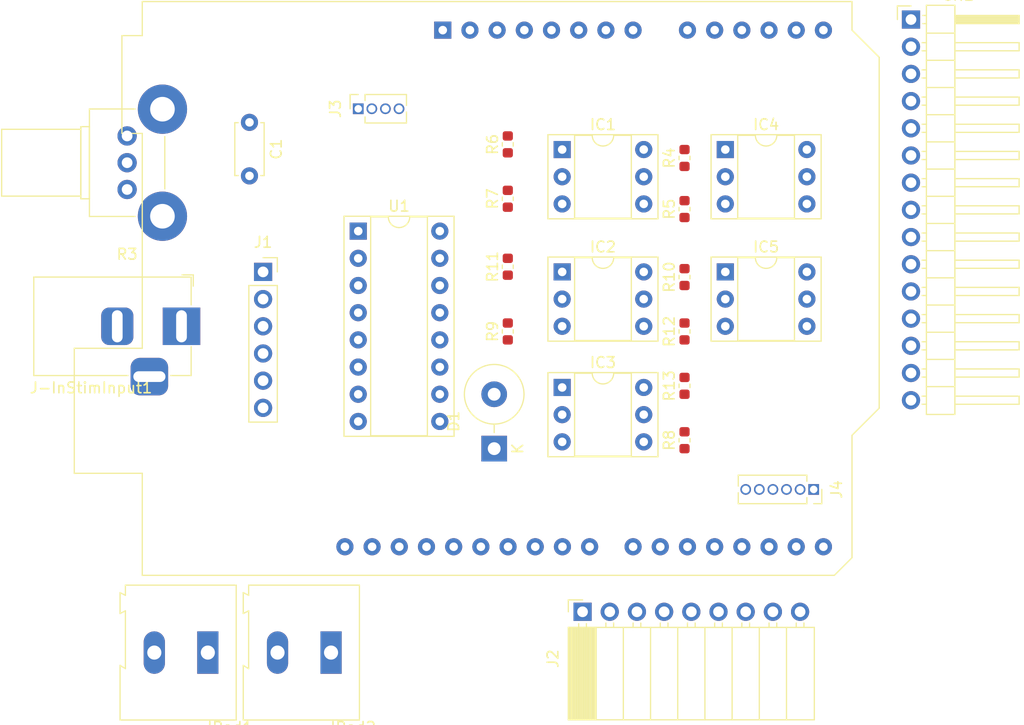
<source format=kicad_pcb>
(kicad_pcb (version 20171130) (host pcbnew 5.1.2-f72e74a~84~ubuntu18.04.1)

  (general
    (thickness 1.6)
    (drawings 0)
    (tracks 0)
    (zones 0)
    (modules 28)
    (nets 64)
  )

  (page A4)
  (layers
    (0 F.Cu signal)
    (31 B.Cu signal)
    (32 B.Adhes user)
    (34 B.Paste user)
    (36 B.SilkS user)
    (38 B.Mask user)
    (40 Dwgs.User user)
    (41 Cmts.User user)
    (42 Eco1.User user)
    (43 Eco2.User user)
    (44 Edge.Cuts user)
    (45 Margin user)
    (46 B.CrtYd user)
    (47 F.CrtYd user)
    (48 B.Fab user)
  )

  (setup
    (last_trace_width 0.25)
    (trace_clearance 0.2)
    (zone_clearance 0.508)
    (zone_45_only no)
    (trace_min 0.2)
    (via_size 0.8)
    (via_drill 0.4)
    (via_min_size 0.4)
    (via_min_drill 0.3)
    (uvia_size 0.3)
    (uvia_drill 0.1)
    (uvias_allowed no)
    (uvia_min_size 0.2)
    (uvia_min_drill 0.1)
    (edge_width 0.1)
    (segment_width 0.2)
    (pcb_text_width 0.3)
    (pcb_text_size 1.5 1.5)
    (mod_edge_width 0.15)
    (mod_text_size 1 1)
    (mod_text_width 0.15)
    (pad_size 1.524 1.524)
    (pad_drill 0.762)
    (pad_to_mask_clearance 0)
    (aux_axis_origin 0 0)
    (visible_elements FFFFFF7F)
    (pcbplotparams
      (layerselection 0x010fc_ffffffff)
      (usegerberextensions false)
      (usegerberattributes false)
      (usegerberadvancedattributes false)
      (creategerberjobfile false)
      (excludeedgelayer true)
      (linewidth 0.100000)
      (plotframeref false)
      (viasonmask false)
      (mode 1)
      (useauxorigin false)
      (hpglpennumber 1)
      (hpglpenspeed 20)
      (hpglpendiameter 15.000000)
      (psnegative false)
      (psa4output false)
      (plotreference true)
      (plotvalue true)
      (plotinvisibletext false)
      (padsonsilk false)
      (subtractmaskfromsilk false)
      (outputformat 1)
      (mirror false)
      (drillshape 1)
      (scaleselection 1)
      (outputdirectory ""))
  )

  (net 0 "")
  (net 1 A0)
  (net 2 AGND)
  (net 3 Tone3)
  (net 4 "Net-(CN1-Pad3)")
  (net 5 "Net-(CN1-Pad4)")
  (net 6 Solenoid2_2)
  (net 7 Solenoid1_1)
  (net 8 Solenoid1_2)
  (net 9 "EX 5 V")
  (net 10 "12 V")
  (net 11 Tone2)
  (net 12 Tone1)
  (net 13 "Net-(IC1-Pad6)")
  (net 14 "Net-(IC1-Pad3)")
  (net 15 DGND)
  (net 16 "Net-(IC1-Pad1)")
  (net 17 "Net-(IC2-Pad1)")
  (net 18 ULN_IN1)
  (net 19 "Net-(IC2-Pad3)")
  (net 20 "Net-(IC2-Pad6)")
  (net 21 "Net-(IC3-Pad1)")
  (net 22 ULN_IN2)
  (net 23 "Net-(IC3-Pad3)")
  (net 24 "Net-(IC3-Pad6)")
  (net 25 "Net-(IC4-Pad1)")
  (net 26 "Net-(IC4-Pad3)")
  (net 27 "Net-(IC4-Pad6)")
  (net 28 "Net-(IC5-Pad6)")
  (net 29 "Net-(IC5-Pad3)")
  (net 30 "Net-(IC5-Pad1)")
  (net 31 5V)
  (net 32 D4)
  (net 33 D6)
  (net 34 "Net-(J2-Pad1)")
  (net 35 "Net-(J-InStimInput1-Pad1)")
  (net 36 "Net-(J2-Pad3)")
  (net 37 "Net-(J-InStimInput1-Pad2)")
  (net 38 D5)
  (net 39 D2)
  (net 40 D3)
  (net 41 A1)
  (net 42 A2)
  (net 43 A3)
  (net 44 A4)
  (net 45 A5)
  (net 46 D7)
  (net 47 D13)
  (net 48 D11)
  (net 49 D12)
  (net 50 D9)
  (net 51 D8)
  (net 52 "Net-(SHIELD1-Pad1)")
  (net 53 "Net-(SHIELD1-Pad10)")
  (net 54 "Net-(U1-Pad10)")
  (net 55 "Net-(U1-Pad3)")
  (net 56 "Net-(U1-Pad11)")
  (net 57 "Net-(U1-Pad4)")
  (net 58 "Net-(U1-Pad12)")
  (net 59 "Net-(U1-Pad5)")
  (net 60 "Net-(U1-Pad13)")
  (net 61 "Net-(U1-Pad6)")
  (net 62 "Net-(U1-Pad14)")
  (net 63 "Net-(U1-Pad7)")

  (net_class Default "This is the default net class."
    (clearance 0.2)
    (trace_width 0.25)
    (via_dia 0.8)
    (via_drill 0.4)
    (uvia_dia 0.3)
    (uvia_drill 0.1)
    (add_net "12 V")
    (add_net 5V)
    (add_net A0)
    (add_net A1)
    (add_net A2)
    (add_net A3)
    (add_net A4)
    (add_net A5)
    (add_net AGND)
    (add_net D11)
    (add_net D12)
    (add_net D13)
    (add_net D2)
    (add_net D3)
    (add_net D4)
    (add_net D5)
    (add_net D6)
    (add_net D7)
    (add_net D8)
    (add_net D9)
    (add_net DGND)
    (add_net "EX 5 V")
    (add_net "Net-(CN1-Pad3)")
    (add_net "Net-(CN1-Pad4)")
    (add_net "Net-(IC1-Pad1)")
    (add_net "Net-(IC1-Pad3)")
    (add_net "Net-(IC1-Pad6)")
    (add_net "Net-(IC2-Pad1)")
    (add_net "Net-(IC2-Pad3)")
    (add_net "Net-(IC2-Pad6)")
    (add_net "Net-(IC3-Pad1)")
    (add_net "Net-(IC3-Pad3)")
    (add_net "Net-(IC3-Pad6)")
    (add_net "Net-(IC4-Pad1)")
    (add_net "Net-(IC4-Pad3)")
    (add_net "Net-(IC4-Pad6)")
    (add_net "Net-(IC5-Pad1)")
    (add_net "Net-(IC5-Pad3)")
    (add_net "Net-(IC5-Pad6)")
    (add_net "Net-(J-InStimInput1-Pad1)")
    (add_net "Net-(J-InStimInput1-Pad2)")
    (add_net "Net-(J2-Pad1)")
    (add_net "Net-(J2-Pad3)")
    (add_net "Net-(SHIELD1-Pad1)")
    (add_net "Net-(SHIELD1-Pad10)")
    (add_net "Net-(U1-Pad10)")
    (add_net "Net-(U1-Pad11)")
    (add_net "Net-(U1-Pad12)")
    (add_net "Net-(U1-Pad13)")
    (add_net "Net-(U1-Pad14)")
    (add_net "Net-(U1-Pad3)")
    (add_net "Net-(U1-Pad4)")
    (add_net "Net-(U1-Pad5)")
    (add_net "Net-(U1-Pad6)")
    (add_net "Net-(U1-Pad7)")
    (add_net Solenoid1_1)
    (add_net Solenoid1_2)
    (add_net Solenoid2_2)
    (add_net Tone1)
    (add_net Tone2)
    (add_net Tone3)
    (add_net ULN_IN1)
    (add_net ULN_IN2)
  )

  (module Connector_PinHeader_2.54mm:PinHeader_1x15_P2.54mm_Horizontal (layer F.Cu) (tedit 59FED5CB) (tstamp 5D1E6337)
    (at 174.825001 81.835001)
    (descr "Through hole angled pin header, 1x15, 2.54mm pitch, 6mm pin length, single row")
    (tags "Through hole angled pin header THT 1x15 2.54mm single row")
    (path /5C3EFA8D)
    (fp_text reference CN1 (at 4.385 -2.27) (layer F.SilkS)
      (effects (font (size 1 1) (thickness 0.15)))
    )
    (fp_text value OutputPad (at 4.385 37.83) (layer F.Fab)
      (effects (font (size 1 1) (thickness 0.15)))
    )
    (fp_line (start 2.135 -1.27) (end 4.04 -1.27) (layer F.Fab) (width 0.1))
    (fp_line (start 4.04 -1.27) (end 4.04 36.83) (layer F.Fab) (width 0.1))
    (fp_line (start 4.04 36.83) (end 1.5 36.83) (layer F.Fab) (width 0.1))
    (fp_line (start 1.5 36.83) (end 1.5 -0.635) (layer F.Fab) (width 0.1))
    (fp_line (start 1.5 -0.635) (end 2.135 -1.27) (layer F.Fab) (width 0.1))
    (fp_line (start -0.32 -0.32) (end 1.5 -0.32) (layer F.Fab) (width 0.1))
    (fp_line (start -0.32 -0.32) (end -0.32 0.32) (layer F.Fab) (width 0.1))
    (fp_line (start -0.32 0.32) (end 1.5 0.32) (layer F.Fab) (width 0.1))
    (fp_line (start 4.04 -0.32) (end 10.04 -0.32) (layer F.Fab) (width 0.1))
    (fp_line (start 10.04 -0.32) (end 10.04 0.32) (layer F.Fab) (width 0.1))
    (fp_line (start 4.04 0.32) (end 10.04 0.32) (layer F.Fab) (width 0.1))
    (fp_line (start -0.32 2.22) (end 1.5 2.22) (layer F.Fab) (width 0.1))
    (fp_line (start -0.32 2.22) (end -0.32 2.86) (layer F.Fab) (width 0.1))
    (fp_line (start -0.32 2.86) (end 1.5 2.86) (layer F.Fab) (width 0.1))
    (fp_line (start 4.04 2.22) (end 10.04 2.22) (layer F.Fab) (width 0.1))
    (fp_line (start 10.04 2.22) (end 10.04 2.86) (layer F.Fab) (width 0.1))
    (fp_line (start 4.04 2.86) (end 10.04 2.86) (layer F.Fab) (width 0.1))
    (fp_line (start -0.32 4.76) (end 1.5 4.76) (layer F.Fab) (width 0.1))
    (fp_line (start -0.32 4.76) (end -0.32 5.4) (layer F.Fab) (width 0.1))
    (fp_line (start -0.32 5.4) (end 1.5 5.4) (layer F.Fab) (width 0.1))
    (fp_line (start 4.04 4.76) (end 10.04 4.76) (layer F.Fab) (width 0.1))
    (fp_line (start 10.04 4.76) (end 10.04 5.4) (layer F.Fab) (width 0.1))
    (fp_line (start 4.04 5.4) (end 10.04 5.4) (layer F.Fab) (width 0.1))
    (fp_line (start -0.32 7.3) (end 1.5 7.3) (layer F.Fab) (width 0.1))
    (fp_line (start -0.32 7.3) (end -0.32 7.94) (layer F.Fab) (width 0.1))
    (fp_line (start -0.32 7.94) (end 1.5 7.94) (layer F.Fab) (width 0.1))
    (fp_line (start 4.04 7.3) (end 10.04 7.3) (layer F.Fab) (width 0.1))
    (fp_line (start 10.04 7.3) (end 10.04 7.94) (layer F.Fab) (width 0.1))
    (fp_line (start 4.04 7.94) (end 10.04 7.94) (layer F.Fab) (width 0.1))
    (fp_line (start -0.32 9.84) (end 1.5 9.84) (layer F.Fab) (width 0.1))
    (fp_line (start -0.32 9.84) (end -0.32 10.48) (layer F.Fab) (width 0.1))
    (fp_line (start -0.32 10.48) (end 1.5 10.48) (layer F.Fab) (width 0.1))
    (fp_line (start 4.04 9.84) (end 10.04 9.84) (layer F.Fab) (width 0.1))
    (fp_line (start 10.04 9.84) (end 10.04 10.48) (layer F.Fab) (width 0.1))
    (fp_line (start 4.04 10.48) (end 10.04 10.48) (layer F.Fab) (width 0.1))
    (fp_line (start -0.32 12.38) (end 1.5 12.38) (layer F.Fab) (width 0.1))
    (fp_line (start -0.32 12.38) (end -0.32 13.02) (layer F.Fab) (width 0.1))
    (fp_line (start -0.32 13.02) (end 1.5 13.02) (layer F.Fab) (width 0.1))
    (fp_line (start 4.04 12.38) (end 10.04 12.38) (layer F.Fab) (width 0.1))
    (fp_line (start 10.04 12.38) (end 10.04 13.02) (layer F.Fab) (width 0.1))
    (fp_line (start 4.04 13.02) (end 10.04 13.02) (layer F.Fab) (width 0.1))
    (fp_line (start -0.32 14.92) (end 1.5 14.92) (layer F.Fab) (width 0.1))
    (fp_line (start -0.32 14.92) (end -0.32 15.56) (layer F.Fab) (width 0.1))
    (fp_line (start -0.32 15.56) (end 1.5 15.56) (layer F.Fab) (width 0.1))
    (fp_line (start 4.04 14.92) (end 10.04 14.92) (layer F.Fab) (width 0.1))
    (fp_line (start 10.04 14.92) (end 10.04 15.56) (layer F.Fab) (width 0.1))
    (fp_line (start 4.04 15.56) (end 10.04 15.56) (layer F.Fab) (width 0.1))
    (fp_line (start -0.32 17.46) (end 1.5 17.46) (layer F.Fab) (width 0.1))
    (fp_line (start -0.32 17.46) (end -0.32 18.1) (layer F.Fab) (width 0.1))
    (fp_line (start -0.32 18.1) (end 1.5 18.1) (layer F.Fab) (width 0.1))
    (fp_line (start 4.04 17.46) (end 10.04 17.46) (layer F.Fab) (width 0.1))
    (fp_line (start 10.04 17.46) (end 10.04 18.1) (layer F.Fab) (width 0.1))
    (fp_line (start 4.04 18.1) (end 10.04 18.1) (layer F.Fab) (width 0.1))
    (fp_line (start -0.32 20) (end 1.5 20) (layer F.Fab) (width 0.1))
    (fp_line (start -0.32 20) (end -0.32 20.64) (layer F.Fab) (width 0.1))
    (fp_line (start -0.32 20.64) (end 1.5 20.64) (layer F.Fab) (width 0.1))
    (fp_line (start 4.04 20) (end 10.04 20) (layer F.Fab) (width 0.1))
    (fp_line (start 10.04 20) (end 10.04 20.64) (layer F.Fab) (width 0.1))
    (fp_line (start 4.04 20.64) (end 10.04 20.64) (layer F.Fab) (width 0.1))
    (fp_line (start -0.32 22.54) (end 1.5 22.54) (layer F.Fab) (width 0.1))
    (fp_line (start -0.32 22.54) (end -0.32 23.18) (layer F.Fab) (width 0.1))
    (fp_line (start -0.32 23.18) (end 1.5 23.18) (layer F.Fab) (width 0.1))
    (fp_line (start 4.04 22.54) (end 10.04 22.54) (layer F.Fab) (width 0.1))
    (fp_line (start 10.04 22.54) (end 10.04 23.18) (layer F.Fab) (width 0.1))
    (fp_line (start 4.04 23.18) (end 10.04 23.18) (layer F.Fab) (width 0.1))
    (fp_line (start -0.32 25.08) (end 1.5 25.08) (layer F.Fab) (width 0.1))
    (fp_line (start -0.32 25.08) (end -0.32 25.72) (layer F.Fab) (width 0.1))
    (fp_line (start -0.32 25.72) (end 1.5 25.72) (layer F.Fab) (width 0.1))
    (fp_line (start 4.04 25.08) (end 10.04 25.08) (layer F.Fab) (width 0.1))
    (fp_line (start 10.04 25.08) (end 10.04 25.72) (layer F.Fab) (width 0.1))
    (fp_line (start 4.04 25.72) (end 10.04 25.72) (layer F.Fab) (width 0.1))
    (fp_line (start -0.32 27.62) (end 1.5 27.62) (layer F.Fab) (width 0.1))
    (fp_line (start -0.32 27.62) (end -0.32 28.26) (layer F.Fab) (width 0.1))
    (fp_line (start -0.32 28.26) (end 1.5 28.26) (layer F.Fab) (width 0.1))
    (fp_line (start 4.04 27.62) (end 10.04 27.62) (layer F.Fab) (width 0.1))
    (fp_line (start 10.04 27.62) (end 10.04 28.26) (layer F.Fab) (width 0.1))
    (fp_line (start 4.04 28.26) (end 10.04 28.26) (layer F.Fab) (width 0.1))
    (fp_line (start -0.32 30.16) (end 1.5 30.16) (layer F.Fab) (width 0.1))
    (fp_line (start -0.32 30.16) (end -0.32 30.8) (layer F.Fab) (width 0.1))
    (fp_line (start -0.32 30.8) (end 1.5 30.8) (layer F.Fab) (width 0.1))
    (fp_line (start 4.04 30.16) (end 10.04 30.16) (layer F.Fab) (width 0.1))
    (fp_line (start 10.04 30.16) (end 10.04 30.8) (layer F.Fab) (width 0.1))
    (fp_line (start 4.04 30.8) (end 10.04 30.8) (layer F.Fab) (width 0.1))
    (fp_line (start -0.32 32.7) (end 1.5 32.7) (layer F.Fab) (width 0.1))
    (fp_line (start -0.32 32.7) (end -0.32 33.34) (layer F.Fab) (width 0.1))
    (fp_line (start -0.32 33.34) (end 1.5 33.34) (layer F.Fab) (width 0.1))
    (fp_line (start 4.04 32.7) (end 10.04 32.7) (layer F.Fab) (width 0.1))
    (fp_line (start 10.04 32.7) (end 10.04 33.34) (layer F.Fab) (width 0.1))
    (fp_line (start 4.04 33.34) (end 10.04 33.34) (layer F.Fab) (width 0.1))
    (fp_line (start -0.32 35.24) (end 1.5 35.24) (layer F.Fab) (width 0.1))
    (fp_line (start -0.32 35.24) (end -0.32 35.88) (layer F.Fab) (width 0.1))
    (fp_line (start -0.32 35.88) (end 1.5 35.88) (layer F.Fab) (width 0.1))
    (fp_line (start 4.04 35.24) (end 10.04 35.24) (layer F.Fab) (width 0.1))
    (fp_line (start 10.04 35.24) (end 10.04 35.88) (layer F.Fab) (width 0.1))
    (fp_line (start 4.04 35.88) (end 10.04 35.88) (layer F.Fab) (width 0.1))
    (fp_line (start 1.44 -1.33) (end 1.44 36.89) (layer F.SilkS) (width 0.12))
    (fp_line (start 1.44 36.89) (end 4.1 36.89) (layer F.SilkS) (width 0.12))
    (fp_line (start 4.1 36.89) (end 4.1 -1.33) (layer F.SilkS) (width 0.12))
    (fp_line (start 4.1 -1.33) (end 1.44 -1.33) (layer F.SilkS) (width 0.12))
    (fp_line (start 4.1 -0.38) (end 10.1 -0.38) (layer F.SilkS) (width 0.12))
    (fp_line (start 10.1 -0.38) (end 10.1 0.38) (layer F.SilkS) (width 0.12))
    (fp_line (start 10.1 0.38) (end 4.1 0.38) (layer F.SilkS) (width 0.12))
    (fp_line (start 4.1 -0.32) (end 10.1 -0.32) (layer F.SilkS) (width 0.12))
    (fp_line (start 4.1 -0.2) (end 10.1 -0.2) (layer F.SilkS) (width 0.12))
    (fp_line (start 4.1 -0.08) (end 10.1 -0.08) (layer F.SilkS) (width 0.12))
    (fp_line (start 4.1 0.04) (end 10.1 0.04) (layer F.SilkS) (width 0.12))
    (fp_line (start 4.1 0.16) (end 10.1 0.16) (layer F.SilkS) (width 0.12))
    (fp_line (start 4.1 0.28) (end 10.1 0.28) (layer F.SilkS) (width 0.12))
    (fp_line (start 1.11 -0.38) (end 1.44 -0.38) (layer F.SilkS) (width 0.12))
    (fp_line (start 1.11 0.38) (end 1.44 0.38) (layer F.SilkS) (width 0.12))
    (fp_line (start 1.44 1.27) (end 4.1 1.27) (layer F.SilkS) (width 0.12))
    (fp_line (start 4.1 2.16) (end 10.1 2.16) (layer F.SilkS) (width 0.12))
    (fp_line (start 10.1 2.16) (end 10.1 2.92) (layer F.SilkS) (width 0.12))
    (fp_line (start 10.1 2.92) (end 4.1 2.92) (layer F.SilkS) (width 0.12))
    (fp_line (start 1.042929 2.16) (end 1.44 2.16) (layer F.SilkS) (width 0.12))
    (fp_line (start 1.042929 2.92) (end 1.44 2.92) (layer F.SilkS) (width 0.12))
    (fp_line (start 1.44 3.81) (end 4.1 3.81) (layer F.SilkS) (width 0.12))
    (fp_line (start 4.1 4.7) (end 10.1 4.7) (layer F.SilkS) (width 0.12))
    (fp_line (start 10.1 4.7) (end 10.1 5.46) (layer F.SilkS) (width 0.12))
    (fp_line (start 10.1 5.46) (end 4.1 5.46) (layer F.SilkS) (width 0.12))
    (fp_line (start 1.042929 4.7) (end 1.44 4.7) (layer F.SilkS) (width 0.12))
    (fp_line (start 1.042929 5.46) (end 1.44 5.46) (layer F.SilkS) (width 0.12))
    (fp_line (start 1.44 6.35) (end 4.1 6.35) (layer F.SilkS) (width 0.12))
    (fp_line (start 4.1 7.24) (end 10.1 7.24) (layer F.SilkS) (width 0.12))
    (fp_line (start 10.1 7.24) (end 10.1 8) (layer F.SilkS) (width 0.12))
    (fp_line (start 10.1 8) (end 4.1 8) (layer F.SilkS) (width 0.12))
    (fp_line (start 1.042929 7.24) (end 1.44 7.24) (layer F.SilkS) (width 0.12))
    (fp_line (start 1.042929 8) (end 1.44 8) (layer F.SilkS) (width 0.12))
    (fp_line (start 1.44 8.89) (end 4.1 8.89) (layer F.SilkS) (width 0.12))
    (fp_line (start 4.1 9.78) (end 10.1 9.78) (layer F.SilkS) (width 0.12))
    (fp_line (start 10.1 9.78) (end 10.1 10.54) (layer F.SilkS) (width 0.12))
    (fp_line (start 10.1 10.54) (end 4.1 10.54) (layer F.SilkS) (width 0.12))
    (fp_line (start 1.042929 9.78) (end 1.44 9.78) (layer F.SilkS) (width 0.12))
    (fp_line (start 1.042929 10.54) (end 1.44 10.54) (layer F.SilkS) (width 0.12))
    (fp_line (start 1.44 11.43) (end 4.1 11.43) (layer F.SilkS) (width 0.12))
    (fp_line (start 4.1 12.32) (end 10.1 12.32) (layer F.SilkS) (width 0.12))
    (fp_line (start 10.1 12.32) (end 10.1 13.08) (layer F.SilkS) (width 0.12))
    (fp_line (start 10.1 13.08) (end 4.1 13.08) (layer F.SilkS) (width 0.12))
    (fp_line (start 1.042929 12.32) (end 1.44 12.32) (layer F.SilkS) (width 0.12))
    (fp_line (start 1.042929 13.08) (end 1.44 13.08) (layer F.SilkS) (width 0.12))
    (fp_line (start 1.44 13.97) (end 4.1 13.97) (layer F.SilkS) (width 0.12))
    (fp_line (start 4.1 14.86) (end 10.1 14.86) (layer F.SilkS) (width 0.12))
    (fp_line (start 10.1 14.86) (end 10.1 15.62) (layer F.SilkS) (width 0.12))
    (fp_line (start 10.1 15.62) (end 4.1 15.62) (layer F.SilkS) (width 0.12))
    (fp_line (start 1.042929 14.86) (end 1.44 14.86) (layer F.SilkS) (width 0.12))
    (fp_line (start 1.042929 15.62) (end 1.44 15.62) (layer F.SilkS) (width 0.12))
    (fp_line (start 1.44 16.51) (end 4.1 16.51) (layer F.SilkS) (width 0.12))
    (fp_line (start 4.1 17.4) (end 10.1 17.4) (layer F.SilkS) (width 0.12))
    (fp_line (start 10.1 17.4) (end 10.1 18.16) (layer F.SilkS) (width 0.12))
    (fp_line (start 10.1 18.16) (end 4.1 18.16) (layer F.SilkS) (width 0.12))
    (fp_line (start 1.042929 17.4) (end 1.44 17.4) (layer F.SilkS) (width 0.12))
    (fp_line (start 1.042929 18.16) (end 1.44 18.16) (layer F.SilkS) (width 0.12))
    (fp_line (start 1.44 19.05) (end 4.1 19.05) (layer F.SilkS) (width 0.12))
    (fp_line (start 4.1 19.94) (end 10.1 19.94) (layer F.SilkS) (width 0.12))
    (fp_line (start 10.1 19.94) (end 10.1 20.7) (layer F.SilkS) (width 0.12))
    (fp_line (start 10.1 20.7) (end 4.1 20.7) (layer F.SilkS) (width 0.12))
    (fp_line (start 1.042929 19.94) (end 1.44 19.94) (layer F.SilkS) (width 0.12))
    (fp_line (start 1.042929 20.7) (end 1.44 20.7) (layer F.SilkS) (width 0.12))
    (fp_line (start 1.44 21.59) (end 4.1 21.59) (layer F.SilkS) (width 0.12))
    (fp_line (start 4.1 22.48) (end 10.1 22.48) (layer F.SilkS) (width 0.12))
    (fp_line (start 10.1 22.48) (end 10.1 23.24) (layer F.SilkS) (width 0.12))
    (fp_line (start 10.1 23.24) (end 4.1 23.24) (layer F.SilkS) (width 0.12))
    (fp_line (start 1.042929 22.48) (end 1.44 22.48) (layer F.SilkS) (width 0.12))
    (fp_line (start 1.042929 23.24) (end 1.44 23.24) (layer F.SilkS) (width 0.12))
    (fp_line (start 1.44 24.13) (end 4.1 24.13) (layer F.SilkS) (width 0.12))
    (fp_line (start 4.1 25.02) (end 10.1 25.02) (layer F.SilkS) (width 0.12))
    (fp_line (start 10.1 25.02) (end 10.1 25.78) (layer F.SilkS) (width 0.12))
    (fp_line (start 10.1 25.78) (end 4.1 25.78) (layer F.SilkS) (width 0.12))
    (fp_line (start 1.042929 25.02) (end 1.44 25.02) (layer F.SilkS) (width 0.12))
    (fp_line (start 1.042929 25.78) (end 1.44 25.78) (layer F.SilkS) (width 0.12))
    (fp_line (start 1.44 26.67) (end 4.1 26.67) (layer F.SilkS) (width 0.12))
    (fp_line (start 4.1 27.56) (end 10.1 27.56) (layer F.SilkS) (width 0.12))
    (fp_line (start 10.1 27.56) (end 10.1 28.32) (layer F.SilkS) (width 0.12))
    (fp_line (start 10.1 28.32) (end 4.1 28.32) (layer F.SilkS) (width 0.12))
    (fp_line (start 1.042929 27.56) (end 1.44 27.56) (layer F.SilkS) (width 0.12))
    (fp_line (start 1.042929 28.32) (end 1.44 28.32) (layer F.SilkS) (width 0.12))
    (fp_line (start 1.44 29.21) (end 4.1 29.21) (layer F.SilkS) (width 0.12))
    (fp_line (start 4.1 30.1) (end 10.1 30.1) (layer F.SilkS) (width 0.12))
    (fp_line (start 10.1 30.1) (end 10.1 30.86) (layer F.SilkS) (width 0.12))
    (fp_line (start 10.1 30.86) (end 4.1 30.86) (layer F.SilkS) (width 0.12))
    (fp_line (start 1.042929 30.1) (end 1.44 30.1) (layer F.SilkS) (width 0.12))
    (fp_line (start 1.042929 30.86) (end 1.44 30.86) (layer F.SilkS) (width 0.12))
    (fp_line (start 1.44 31.75) (end 4.1 31.75) (layer F.SilkS) (width 0.12))
    (fp_line (start 4.1 32.64) (end 10.1 32.64) (layer F.SilkS) (width 0.12))
    (fp_line (start 10.1 32.64) (end 10.1 33.4) (layer F.SilkS) (width 0.12))
    (fp_line (start 10.1 33.4) (end 4.1 33.4) (layer F.SilkS) (width 0.12))
    (fp_line (start 1.042929 32.64) (end 1.44 32.64) (layer F.SilkS) (width 0.12))
    (fp_line (start 1.042929 33.4) (end 1.44 33.4) (layer F.SilkS) (width 0.12))
    (fp_line (start 1.44 34.29) (end 4.1 34.29) (layer F.SilkS) (width 0.12))
    (fp_line (start 4.1 35.18) (end 10.1 35.18) (layer F.SilkS) (width 0.12))
    (fp_line (start 10.1 35.18) (end 10.1 35.94) (layer F.SilkS) (width 0.12))
    (fp_line (start 10.1 35.94) (end 4.1 35.94) (layer F.SilkS) (width 0.12))
    (fp_line (start 1.042929 35.18) (end 1.44 35.18) (layer F.SilkS) (width 0.12))
    (fp_line (start 1.042929 35.94) (end 1.44 35.94) (layer F.SilkS) (width 0.12))
    (fp_line (start -1.27 0) (end -1.27 -1.27) (layer F.SilkS) (width 0.12))
    (fp_line (start -1.27 -1.27) (end 0 -1.27) (layer F.SilkS) (width 0.12))
    (fp_line (start -1.8 -1.8) (end -1.8 37.35) (layer F.CrtYd) (width 0.05))
    (fp_line (start -1.8 37.35) (end 10.55 37.35) (layer F.CrtYd) (width 0.05))
    (fp_line (start 10.55 37.35) (end 10.55 -1.8) (layer F.CrtYd) (width 0.05))
    (fp_line (start 10.55 -1.8) (end -1.8 -1.8) (layer F.CrtYd) (width 0.05))
    (fp_text user %R (at 2.77 17.78 90) (layer F.Fab)
      (effects (font (size 1 1) (thickness 0.15)))
    )
    (pad 1 thru_hole rect (at 0 0) (size 1.7 1.7) (drill 1) (layers *.Cu *.Mask)
      (net 2 AGND))
    (pad 2 thru_hole oval (at 0 2.54) (size 1.7 1.7) (drill 1) (layers *.Cu *.Mask)
      (net 3 Tone3))
    (pad 3 thru_hole oval (at 0 5.08) (size 1.7 1.7) (drill 1) (layers *.Cu *.Mask)
      (net 4 "Net-(CN1-Pad3)"))
    (pad 4 thru_hole oval (at 0 7.62) (size 1.7 1.7) (drill 1) (layers *.Cu *.Mask)
      (net 5 "Net-(CN1-Pad4)"))
    (pad 5 thru_hole oval (at 0 10.16) (size 1.7 1.7) (drill 1) (layers *.Cu *.Mask)
      (net 6 Solenoid2_2))
    (pad 6 thru_hole oval (at 0 12.7) (size 1.7 1.7) (drill 1) (layers *.Cu *.Mask)
      (net 7 Solenoid1_1))
    (pad 7 thru_hole oval (at 0 15.24) (size 1.7 1.7) (drill 1) (layers *.Cu *.Mask)
      (net 8 Solenoid1_2))
    (pad 8 thru_hole oval (at 0 17.78) (size 1.7 1.7) (drill 1) (layers *.Cu *.Mask)
      (net 7 Solenoid1_1))
    (pad 9 thru_hole oval (at 0 20.32) (size 1.7 1.7) (drill 1) (layers *.Cu *.Mask)
      (net 9 "EX 5 V"))
    (pad 10 thru_hole oval (at 0 22.86) (size 1.7 1.7) (drill 1) (layers *.Cu *.Mask)
      (net 2 AGND))
    (pad 11 thru_hole oval (at 0 25.4) (size 1.7 1.7) (drill 1) (layers *.Cu *.Mask)
      (net 10 "12 V"))
    (pad 12 thru_hole oval (at 0 27.94) (size 1.7 1.7) (drill 1) (layers *.Cu *.Mask)
      (net 2 AGND))
    (pad 13 thru_hole oval (at 0 30.48) (size 1.7 1.7) (drill 1) (layers *.Cu *.Mask)
      (net 11 Tone2))
    (pad 14 thru_hole oval (at 0 33.02) (size 1.7 1.7) (drill 1) (layers *.Cu *.Mask)
      (net 2 AGND))
    (pad 15 thru_hole oval (at 0 35.56) (size 1.7 1.7) (drill 1) (layers *.Cu *.Mask)
      (net 12 Tone1))
    (model ${KISYS3DMOD}/Connector_PinHeader_2.54mm.3dshapes/PinHeader_1x15_P2.54mm_Horizontal.wrl
      (at (xyz 0 0 0))
      (scale (xyz 1 1 1))
      (rotate (xyz 0 0 0))
    )
  )

  (module Package_DIP:DIP-6_W7.62mm_Socket (layer F.Cu) (tedit 5A02E8C5) (tstamp 5D1E6378)
    (at 142.24 93.98)
    (descr "6-lead though-hole mounted DIP package, row spacing 7.62 mm (300 mils), Socket")
    (tags "THT DIP DIL PDIP 2.54mm 7.62mm 300mil Socket")
    (path /5D2001DC)
    (fp_text reference IC1 (at 3.81 -2.33) (layer F.SilkS)
      (effects (font (size 1 1) (thickness 0.15)))
    )
    (fp_text value 4N35 (at 3.81 7.41) (layer F.Fab)
      (effects (font (size 1 1) (thickness 0.15)))
    )
    (fp_text user %R (at 3.81 2.54) (layer F.Fab)
      (effects (font (size 1 1) (thickness 0.15)))
    )
    (fp_line (start 9.15 -1.6) (end -1.55 -1.6) (layer F.CrtYd) (width 0.05))
    (fp_line (start 9.15 6.7) (end 9.15 -1.6) (layer F.CrtYd) (width 0.05))
    (fp_line (start -1.55 6.7) (end 9.15 6.7) (layer F.CrtYd) (width 0.05))
    (fp_line (start -1.55 -1.6) (end -1.55 6.7) (layer F.CrtYd) (width 0.05))
    (fp_line (start 8.95 -1.39) (end -1.33 -1.39) (layer F.SilkS) (width 0.12))
    (fp_line (start 8.95 6.47) (end 8.95 -1.39) (layer F.SilkS) (width 0.12))
    (fp_line (start -1.33 6.47) (end 8.95 6.47) (layer F.SilkS) (width 0.12))
    (fp_line (start -1.33 -1.39) (end -1.33 6.47) (layer F.SilkS) (width 0.12))
    (fp_line (start 6.46 -1.33) (end 4.81 -1.33) (layer F.SilkS) (width 0.12))
    (fp_line (start 6.46 6.41) (end 6.46 -1.33) (layer F.SilkS) (width 0.12))
    (fp_line (start 1.16 6.41) (end 6.46 6.41) (layer F.SilkS) (width 0.12))
    (fp_line (start 1.16 -1.33) (end 1.16 6.41) (layer F.SilkS) (width 0.12))
    (fp_line (start 2.81 -1.33) (end 1.16 -1.33) (layer F.SilkS) (width 0.12))
    (fp_line (start 8.89 -1.33) (end -1.27 -1.33) (layer F.Fab) (width 0.1))
    (fp_line (start 8.89 6.41) (end 8.89 -1.33) (layer F.Fab) (width 0.1))
    (fp_line (start -1.27 6.41) (end 8.89 6.41) (layer F.Fab) (width 0.1))
    (fp_line (start -1.27 -1.33) (end -1.27 6.41) (layer F.Fab) (width 0.1))
    (fp_line (start 0.635 -0.27) (end 1.635 -1.27) (layer F.Fab) (width 0.1))
    (fp_line (start 0.635 6.35) (end 0.635 -0.27) (layer F.Fab) (width 0.1))
    (fp_line (start 6.985 6.35) (end 0.635 6.35) (layer F.Fab) (width 0.1))
    (fp_line (start 6.985 -1.27) (end 6.985 6.35) (layer F.Fab) (width 0.1))
    (fp_line (start 1.635 -1.27) (end 6.985 -1.27) (layer F.Fab) (width 0.1))
    (fp_arc (start 3.81 -1.33) (end 2.81 -1.33) (angle -180) (layer F.SilkS) (width 0.12))
    (pad 6 thru_hole oval (at 7.62 0) (size 1.6 1.6) (drill 0.8) (layers *.Cu *.Mask)
      (net 13 "Net-(IC1-Pad6)"))
    (pad 3 thru_hole oval (at 0 5.08) (size 1.6 1.6) (drill 0.8) (layers *.Cu *.Mask)
      (net 14 "Net-(IC1-Pad3)"))
    (pad 5 thru_hole oval (at 7.62 2.54) (size 1.6 1.6) (drill 0.8) (layers *.Cu *.Mask)
      (net 9 "EX 5 V"))
    (pad 2 thru_hole oval (at 0 2.54) (size 1.6 1.6) (drill 0.8) (layers *.Cu *.Mask)
      (net 15 DGND))
    (pad 4 thru_hole oval (at 7.62 5.08) (size 1.6 1.6) (drill 0.8) (layers *.Cu *.Mask)
      (net 3 Tone3))
    (pad 1 thru_hole rect (at 0 0) (size 1.6 1.6) (drill 0.8) (layers *.Cu *.Mask)
      (net 16 "Net-(IC1-Pad1)"))
    (model ${KISYS3DMOD}/Package_DIP.3dshapes/DIP-6_W7.62mm_Socket.wrl
      (at (xyz 0 0 0))
      (scale (xyz 1 1 1))
      (rotate (xyz 0 0 0))
    )
  )

  (module Package_DIP:DIP-6_W7.62mm_Socket (layer F.Cu) (tedit 5A02E8C5) (tstamp 5D1E639A)
    (at 142.24 105.41)
    (descr "6-lead though-hole mounted DIP package, row spacing 7.62 mm (300 mils), Socket")
    (tags "THT DIP DIL PDIP 2.54mm 7.62mm 300mil Socket")
    (path /5C3EFA70)
    (fp_text reference IC2 (at 3.81 -2.33) (layer F.SilkS)
      (effects (font (size 1 1) (thickness 0.15)))
    )
    (fp_text value 4N35 (at 3.81 7.41) (layer F.Fab)
      (effects (font (size 1 1) (thickness 0.15)))
    )
    (fp_arc (start 3.81 -1.33) (end 2.81 -1.33) (angle -180) (layer F.SilkS) (width 0.12))
    (fp_line (start 1.635 -1.27) (end 6.985 -1.27) (layer F.Fab) (width 0.1))
    (fp_line (start 6.985 -1.27) (end 6.985 6.35) (layer F.Fab) (width 0.1))
    (fp_line (start 6.985 6.35) (end 0.635 6.35) (layer F.Fab) (width 0.1))
    (fp_line (start 0.635 6.35) (end 0.635 -0.27) (layer F.Fab) (width 0.1))
    (fp_line (start 0.635 -0.27) (end 1.635 -1.27) (layer F.Fab) (width 0.1))
    (fp_line (start -1.27 -1.33) (end -1.27 6.41) (layer F.Fab) (width 0.1))
    (fp_line (start -1.27 6.41) (end 8.89 6.41) (layer F.Fab) (width 0.1))
    (fp_line (start 8.89 6.41) (end 8.89 -1.33) (layer F.Fab) (width 0.1))
    (fp_line (start 8.89 -1.33) (end -1.27 -1.33) (layer F.Fab) (width 0.1))
    (fp_line (start 2.81 -1.33) (end 1.16 -1.33) (layer F.SilkS) (width 0.12))
    (fp_line (start 1.16 -1.33) (end 1.16 6.41) (layer F.SilkS) (width 0.12))
    (fp_line (start 1.16 6.41) (end 6.46 6.41) (layer F.SilkS) (width 0.12))
    (fp_line (start 6.46 6.41) (end 6.46 -1.33) (layer F.SilkS) (width 0.12))
    (fp_line (start 6.46 -1.33) (end 4.81 -1.33) (layer F.SilkS) (width 0.12))
    (fp_line (start -1.33 -1.39) (end -1.33 6.47) (layer F.SilkS) (width 0.12))
    (fp_line (start -1.33 6.47) (end 8.95 6.47) (layer F.SilkS) (width 0.12))
    (fp_line (start 8.95 6.47) (end 8.95 -1.39) (layer F.SilkS) (width 0.12))
    (fp_line (start 8.95 -1.39) (end -1.33 -1.39) (layer F.SilkS) (width 0.12))
    (fp_line (start -1.55 -1.6) (end -1.55 6.7) (layer F.CrtYd) (width 0.05))
    (fp_line (start -1.55 6.7) (end 9.15 6.7) (layer F.CrtYd) (width 0.05))
    (fp_line (start 9.15 6.7) (end 9.15 -1.6) (layer F.CrtYd) (width 0.05))
    (fp_line (start 9.15 -1.6) (end -1.55 -1.6) (layer F.CrtYd) (width 0.05))
    (fp_text user %R (at 3.81 2.54) (layer F.Fab)
      (effects (font (size 1 1) (thickness 0.15)))
    )
    (pad 1 thru_hole rect (at 0 0) (size 1.6 1.6) (drill 0.8) (layers *.Cu *.Mask)
      (net 17 "Net-(IC2-Pad1)"))
    (pad 4 thru_hole oval (at 7.62 5.08) (size 1.6 1.6) (drill 0.8) (layers *.Cu *.Mask)
      (net 18 ULN_IN1))
    (pad 2 thru_hole oval (at 0 2.54) (size 1.6 1.6) (drill 0.8) (layers *.Cu *.Mask)
      (net 15 DGND))
    (pad 5 thru_hole oval (at 7.62 2.54) (size 1.6 1.6) (drill 0.8) (layers *.Cu *.Mask)
      (net 9 "EX 5 V"))
    (pad 3 thru_hole oval (at 0 5.08) (size 1.6 1.6) (drill 0.8) (layers *.Cu *.Mask)
      (net 19 "Net-(IC2-Pad3)"))
    (pad 6 thru_hole oval (at 7.62 0) (size 1.6 1.6) (drill 0.8) (layers *.Cu *.Mask)
      (net 20 "Net-(IC2-Pad6)"))
    (model ${KISYS3DMOD}/Package_DIP.3dshapes/DIP-6_W7.62mm_Socket.wrl
      (at (xyz 0 0 0))
      (scale (xyz 1 1 1))
      (rotate (xyz 0 0 0))
    )
  )

  (module Package_DIP:DIP-6_W7.62mm_Socket (layer F.Cu) (tedit 5A02E8C5) (tstamp 5D1E7AF5)
    (at 142.24 116.205)
    (descr "6-lead though-hole mounted DIP package, row spacing 7.62 mm (300 mils), Socket")
    (tags "THT DIP DIL PDIP 2.54mm 7.62mm 300mil Socket")
    (path /5C3EFA75)
    (fp_text reference IC3 (at 3.81 -2.33) (layer F.SilkS)
      (effects (font (size 1 1) (thickness 0.15)))
    )
    (fp_text value 4N35 (at 3.81 7.41) (layer F.Fab)
      (effects (font (size 1 1) (thickness 0.15)))
    )
    (fp_arc (start 3.81 -1.33) (end 2.81 -1.33) (angle -180) (layer F.SilkS) (width 0.12))
    (fp_line (start 1.635 -1.27) (end 6.985 -1.27) (layer F.Fab) (width 0.1))
    (fp_line (start 6.985 -1.27) (end 6.985 6.35) (layer F.Fab) (width 0.1))
    (fp_line (start 6.985 6.35) (end 0.635 6.35) (layer F.Fab) (width 0.1))
    (fp_line (start 0.635 6.35) (end 0.635 -0.27) (layer F.Fab) (width 0.1))
    (fp_line (start 0.635 -0.27) (end 1.635 -1.27) (layer F.Fab) (width 0.1))
    (fp_line (start -1.27 -1.33) (end -1.27 6.41) (layer F.Fab) (width 0.1))
    (fp_line (start -1.27 6.41) (end 8.89 6.41) (layer F.Fab) (width 0.1))
    (fp_line (start 8.89 6.41) (end 8.89 -1.33) (layer F.Fab) (width 0.1))
    (fp_line (start 8.89 -1.33) (end -1.27 -1.33) (layer F.Fab) (width 0.1))
    (fp_line (start 2.81 -1.33) (end 1.16 -1.33) (layer F.SilkS) (width 0.12))
    (fp_line (start 1.16 -1.33) (end 1.16 6.41) (layer F.SilkS) (width 0.12))
    (fp_line (start 1.16 6.41) (end 6.46 6.41) (layer F.SilkS) (width 0.12))
    (fp_line (start 6.46 6.41) (end 6.46 -1.33) (layer F.SilkS) (width 0.12))
    (fp_line (start 6.46 -1.33) (end 4.81 -1.33) (layer F.SilkS) (width 0.12))
    (fp_line (start -1.33 -1.39) (end -1.33 6.47) (layer F.SilkS) (width 0.12))
    (fp_line (start -1.33 6.47) (end 8.95 6.47) (layer F.SilkS) (width 0.12))
    (fp_line (start 8.95 6.47) (end 8.95 -1.39) (layer F.SilkS) (width 0.12))
    (fp_line (start 8.95 -1.39) (end -1.33 -1.39) (layer F.SilkS) (width 0.12))
    (fp_line (start -1.55 -1.6) (end -1.55 6.7) (layer F.CrtYd) (width 0.05))
    (fp_line (start -1.55 6.7) (end 9.15 6.7) (layer F.CrtYd) (width 0.05))
    (fp_line (start 9.15 6.7) (end 9.15 -1.6) (layer F.CrtYd) (width 0.05))
    (fp_line (start 9.15 -1.6) (end -1.55 -1.6) (layer F.CrtYd) (width 0.05))
    (fp_text user %R (at 3.81 2.54) (layer F.Fab)
      (effects (font (size 1 1) (thickness 0.15)))
    )
    (pad 1 thru_hole rect (at 0 0) (size 1.6 1.6) (drill 0.8) (layers *.Cu *.Mask)
      (net 21 "Net-(IC3-Pad1)"))
    (pad 4 thru_hole oval (at 7.62 5.08) (size 1.6 1.6) (drill 0.8) (layers *.Cu *.Mask)
      (net 22 ULN_IN2))
    (pad 2 thru_hole oval (at 0 2.54) (size 1.6 1.6) (drill 0.8) (layers *.Cu *.Mask)
      (net 15 DGND))
    (pad 5 thru_hole oval (at 7.62 2.54) (size 1.6 1.6) (drill 0.8) (layers *.Cu *.Mask)
      (net 9 "EX 5 V"))
    (pad 3 thru_hole oval (at 0 5.08) (size 1.6 1.6) (drill 0.8) (layers *.Cu *.Mask)
      (net 23 "Net-(IC3-Pad3)"))
    (pad 6 thru_hole oval (at 7.62 0) (size 1.6 1.6) (drill 0.8) (layers *.Cu *.Mask)
      (net 24 "Net-(IC3-Pad6)"))
    (model ${KISYS3DMOD}/Package_DIP.3dshapes/DIP-6_W7.62mm_Socket.wrl
      (at (xyz 0 0 0))
      (scale (xyz 1 1 1))
      (rotate (xyz 0 0 0))
    )
  )

  (module Package_DIP:DIP-6_W7.62mm_Socket (layer F.Cu) (tedit 5A02E8C5) (tstamp 5D1E63DE)
    (at 157.48 93.98)
    (descr "6-lead though-hole mounted DIP package, row spacing 7.62 mm (300 mils), Socket")
    (tags "THT DIP DIL PDIP 2.54mm 7.62mm 300mil Socket")
    (path /5C3EFA8F)
    (fp_text reference IC4 (at 3.81 -2.33) (layer F.SilkS)
      (effects (font (size 1 1) (thickness 0.15)))
    )
    (fp_text value 4N35 (at 3.81 7.41) (layer F.Fab)
      (effects (font (size 1 1) (thickness 0.15)))
    )
    (fp_arc (start 3.81 -1.33) (end 2.81 -1.33) (angle -180) (layer F.SilkS) (width 0.12))
    (fp_line (start 1.635 -1.27) (end 6.985 -1.27) (layer F.Fab) (width 0.1))
    (fp_line (start 6.985 -1.27) (end 6.985 6.35) (layer F.Fab) (width 0.1))
    (fp_line (start 6.985 6.35) (end 0.635 6.35) (layer F.Fab) (width 0.1))
    (fp_line (start 0.635 6.35) (end 0.635 -0.27) (layer F.Fab) (width 0.1))
    (fp_line (start 0.635 -0.27) (end 1.635 -1.27) (layer F.Fab) (width 0.1))
    (fp_line (start -1.27 -1.33) (end -1.27 6.41) (layer F.Fab) (width 0.1))
    (fp_line (start -1.27 6.41) (end 8.89 6.41) (layer F.Fab) (width 0.1))
    (fp_line (start 8.89 6.41) (end 8.89 -1.33) (layer F.Fab) (width 0.1))
    (fp_line (start 8.89 -1.33) (end -1.27 -1.33) (layer F.Fab) (width 0.1))
    (fp_line (start 2.81 -1.33) (end 1.16 -1.33) (layer F.SilkS) (width 0.12))
    (fp_line (start 1.16 -1.33) (end 1.16 6.41) (layer F.SilkS) (width 0.12))
    (fp_line (start 1.16 6.41) (end 6.46 6.41) (layer F.SilkS) (width 0.12))
    (fp_line (start 6.46 6.41) (end 6.46 -1.33) (layer F.SilkS) (width 0.12))
    (fp_line (start 6.46 -1.33) (end 4.81 -1.33) (layer F.SilkS) (width 0.12))
    (fp_line (start -1.33 -1.39) (end -1.33 6.47) (layer F.SilkS) (width 0.12))
    (fp_line (start -1.33 6.47) (end 8.95 6.47) (layer F.SilkS) (width 0.12))
    (fp_line (start 8.95 6.47) (end 8.95 -1.39) (layer F.SilkS) (width 0.12))
    (fp_line (start 8.95 -1.39) (end -1.33 -1.39) (layer F.SilkS) (width 0.12))
    (fp_line (start -1.55 -1.6) (end -1.55 6.7) (layer F.CrtYd) (width 0.05))
    (fp_line (start -1.55 6.7) (end 9.15 6.7) (layer F.CrtYd) (width 0.05))
    (fp_line (start 9.15 6.7) (end 9.15 -1.6) (layer F.CrtYd) (width 0.05))
    (fp_line (start 9.15 -1.6) (end -1.55 -1.6) (layer F.CrtYd) (width 0.05))
    (fp_text user %R (at 3.81 2.54) (layer F.Fab)
      (effects (font (size 1 1) (thickness 0.15)))
    )
    (pad 1 thru_hole rect (at 0 0) (size 1.6 1.6) (drill 0.8) (layers *.Cu *.Mask)
      (net 25 "Net-(IC4-Pad1)"))
    (pad 4 thru_hole oval (at 7.62 5.08) (size 1.6 1.6) (drill 0.8) (layers *.Cu *.Mask)
      (net 12 Tone1))
    (pad 2 thru_hole oval (at 0 2.54) (size 1.6 1.6) (drill 0.8) (layers *.Cu *.Mask)
      (net 15 DGND))
    (pad 5 thru_hole oval (at 7.62 2.54) (size 1.6 1.6) (drill 0.8) (layers *.Cu *.Mask)
      (net 9 "EX 5 V"))
    (pad 3 thru_hole oval (at 0 5.08) (size 1.6 1.6) (drill 0.8) (layers *.Cu *.Mask)
      (net 26 "Net-(IC4-Pad3)"))
    (pad 6 thru_hole oval (at 7.62 0) (size 1.6 1.6) (drill 0.8) (layers *.Cu *.Mask)
      (net 27 "Net-(IC4-Pad6)"))
    (model ${KISYS3DMOD}/Package_DIP.3dshapes/DIP-6_W7.62mm_Socket.wrl
      (at (xyz 0 0 0))
      (scale (xyz 1 1 1))
      (rotate (xyz 0 0 0))
    )
  )

  (module Package_DIP:DIP-6_W7.62mm_Socket (layer F.Cu) (tedit 5A02E8C5) (tstamp 5D1E78E7)
    (at 157.48 105.41)
    (descr "6-lead though-hole mounted DIP package, row spacing 7.62 mm (300 mils), Socket")
    (tags "THT DIP DIL PDIP 2.54mm 7.62mm 300mil Socket")
    (path /5C3EFA90)
    (fp_text reference IC5 (at 3.81 -2.33) (layer F.SilkS)
      (effects (font (size 1 1) (thickness 0.15)))
    )
    (fp_text value 4N35 (at 3.81 7.41) (layer F.Fab)
      (effects (font (size 1 1) (thickness 0.15)))
    )
    (fp_text user %R (at 3.81 2.54) (layer F.Fab)
      (effects (font (size 1 1) (thickness 0.15)))
    )
    (fp_line (start 9.15 -1.6) (end -1.55 -1.6) (layer F.CrtYd) (width 0.05))
    (fp_line (start 9.15 6.7) (end 9.15 -1.6) (layer F.CrtYd) (width 0.05))
    (fp_line (start -1.55 6.7) (end 9.15 6.7) (layer F.CrtYd) (width 0.05))
    (fp_line (start -1.55 -1.6) (end -1.55 6.7) (layer F.CrtYd) (width 0.05))
    (fp_line (start 8.95 -1.39) (end -1.33 -1.39) (layer F.SilkS) (width 0.12))
    (fp_line (start 8.95 6.47) (end 8.95 -1.39) (layer F.SilkS) (width 0.12))
    (fp_line (start -1.33 6.47) (end 8.95 6.47) (layer F.SilkS) (width 0.12))
    (fp_line (start -1.33 -1.39) (end -1.33 6.47) (layer F.SilkS) (width 0.12))
    (fp_line (start 6.46 -1.33) (end 4.81 -1.33) (layer F.SilkS) (width 0.12))
    (fp_line (start 6.46 6.41) (end 6.46 -1.33) (layer F.SilkS) (width 0.12))
    (fp_line (start 1.16 6.41) (end 6.46 6.41) (layer F.SilkS) (width 0.12))
    (fp_line (start 1.16 -1.33) (end 1.16 6.41) (layer F.SilkS) (width 0.12))
    (fp_line (start 2.81 -1.33) (end 1.16 -1.33) (layer F.SilkS) (width 0.12))
    (fp_line (start 8.89 -1.33) (end -1.27 -1.33) (layer F.Fab) (width 0.1))
    (fp_line (start 8.89 6.41) (end 8.89 -1.33) (layer F.Fab) (width 0.1))
    (fp_line (start -1.27 6.41) (end 8.89 6.41) (layer F.Fab) (width 0.1))
    (fp_line (start -1.27 -1.33) (end -1.27 6.41) (layer F.Fab) (width 0.1))
    (fp_line (start 0.635 -0.27) (end 1.635 -1.27) (layer F.Fab) (width 0.1))
    (fp_line (start 0.635 6.35) (end 0.635 -0.27) (layer F.Fab) (width 0.1))
    (fp_line (start 6.985 6.35) (end 0.635 6.35) (layer F.Fab) (width 0.1))
    (fp_line (start 6.985 -1.27) (end 6.985 6.35) (layer F.Fab) (width 0.1))
    (fp_line (start 1.635 -1.27) (end 6.985 -1.27) (layer F.Fab) (width 0.1))
    (fp_arc (start 3.81 -1.33) (end 2.81 -1.33) (angle -180) (layer F.SilkS) (width 0.12))
    (pad 6 thru_hole oval (at 7.62 0) (size 1.6 1.6) (drill 0.8) (layers *.Cu *.Mask)
      (net 28 "Net-(IC5-Pad6)"))
    (pad 3 thru_hole oval (at 0 5.08) (size 1.6 1.6) (drill 0.8) (layers *.Cu *.Mask)
      (net 29 "Net-(IC5-Pad3)"))
    (pad 5 thru_hole oval (at 7.62 2.54) (size 1.6 1.6) (drill 0.8) (layers *.Cu *.Mask)
      (net 9 "EX 5 V"))
    (pad 2 thru_hole oval (at 0 2.54) (size 1.6 1.6) (drill 0.8) (layers *.Cu *.Mask)
      (net 15 DGND))
    (pad 4 thru_hole oval (at 7.62 5.08) (size 1.6 1.6) (drill 0.8) (layers *.Cu *.Mask)
      (net 11 Tone2))
    (pad 1 thru_hole rect (at 0 0) (size 1.6 1.6) (drill 0.8) (layers *.Cu *.Mask)
      (net 30 "Net-(IC5-Pad1)"))
    (model ${KISYS3DMOD}/Package_DIP.3dshapes/DIP-6_W7.62mm_Socket.wrl
      (at (xyz 0 0 0))
      (scale (xyz 1 1 1))
      (rotate (xyz 0 0 0))
    )
  )

  (module Connector_PinSocket_2.54mm:PinSocket_1x06_P2.54mm_Vertical (layer F.Cu) (tedit 5A19A430) (tstamp 5D1E641A)
    (at 114.3 105.41)
    (descr "Through hole straight socket strip, 1x06, 2.54mm pitch, single row (from Kicad 4.0.7), script generated")
    (tags "Through hole socket strip THT 1x06 2.54mm single row")
    (path /5D26CD0F)
    (fp_text reference J1 (at 0 -2.77) (layer F.SilkS)
      (effects (font (size 1 1) (thickness 0.15)))
    )
    (fp_text value SSR-ToInput (at 0 15.47) (layer F.Fab)
      (effects (font (size 1 1) (thickness 0.15)))
    )
    (fp_line (start -1.27 -1.27) (end 0.635 -1.27) (layer F.Fab) (width 0.1))
    (fp_line (start 0.635 -1.27) (end 1.27 -0.635) (layer F.Fab) (width 0.1))
    (fp_line (start 1.27 -0.635) (end 1.27 13.97) (layer F.Fab) (width 0.1))
    (fp_line (start 1.27 13.97) (end -1.27 13.97) (layer F.Fab) (width 0.1))
    (fp_line (start -1.27 13.97) (end -1.27 -1.27) (layer F.Fab) (width 0.1))
    (fp_line (start -1.33 1.27) (end 1.33 1.27) (layer F.SilkS) (width 0.12))
    (fp_line (start -1.33 1.27) (end -1.33 14.03) (layer F.SilkS) (width 0.12))
    (fp_line (start -1.33 14.03) (end 1.33 14.03) (layer F.SilkS) (width 0.12))
    (fp_line (start 1.33 1.27) (end 1.33 14.03) (layer F.SilkS) (width 0.12))
    (fp_line (start 1.33 -1.33) (end 1.33 0) (layer F.SilkS) (width 0.12))
    (fp_line (start 0 -1.33) (end 1.33 -1.33) (layer F.SilkS) (width 0.12))
    (fp_line (start -1.8 -1.8) (end 1.75 -1.8) (layer F.CrtYd) (width 0.05))
    (fp_line (start 1.75 -1.8) (end 1.75 14.45) (layer F.CrtYd) (width 0.05))
    (fp_line (start 1.75 14.45) (end -1.8 14.45) (layer F.CrtYd) (width 0.05))
    (fp_line (start -1.8 14.45) (end -1.8 -1.8) (layer F.CrtYd) (width 0.05))
    (fp_text user %R (at 0 6.35 90) (layer F.Fab)
      (effects (font (size 1 1) (thickness 0.15)))
    )
    (pad 1 thru_hole rect (at 0 0) (size 1.7 1.7) (drill 1) (layers *.Cu *.Mask)
      (net 31 5V))
    (pad 2 thru_hole oval (at 0 2.54) (size 1.7 1.7) (drill 1) (layers *.Cu *.Mask)
      (net 15 DGND))
    (pad 3 thru_hole oval (at 0 5.08) (size 1.7 1.7) (drill 1) (layers *.Cu *.Mask)
      (net 32 D4))
    (pad 4 thru_hole oval (at 0 7.62) (size 1.7 1.7) (drill 1) (layers *.Cu *.Mask)
      (net 32 D4))
    (pad 5 thru_hole oval (at 0 10.16) (size 1.7 1.7) (drill 1) (layers *.Cu *.Mask)
      (net 33 D6))
    (pad 6 thru_hole oval (at 0 12.7) (size 1.7 1.7) (drill 1) (layers *.Cu *.Mask)
      (net 33 D6))
    (model ${KISYS3DMOD}/Connector_PinSocket_2.54mm.3dshapes/PinSocket_1x06_P2.54mm_Vertical.wrl
      (at (xyz 0 0 0))
      (scale (xyz 1 1 1))
      (rotate (xyz 0 0 0))
    )
  )

  (module Connector_PinSocket_2.54mm:PinSocket_1x09_P2.54mm_Horizontal (layer F.Cu) (tedit 5A19A434) (tstamp 5D1E6481)
    (at 144.145 137.16 90)
    (descr "Through hole angled socket strip, 1x09, 2.54mm pitch, 8.51mm socket length, single row (from Kicad 4.0.7), script generated")
    (tags "Through hole angled socket strip THT 1x09 2.54mm single row")
    (path /5D27E79B)
    (fp_text reference J2 (at -4.38 -2.77 90) (layer F.SilkS)
      (effects (font (size 1 1) (thickness 0.15)))
    )
    (fp_text value SSR-ToOutput (at -4.38 23.09 90) (layer F.Fab)
      (effects (font (size 1 1) (thickness 0.15)))
    )
    (fp_text user %R (at -5.775 10.16) (layer F.Fab)
      (effects (font (size 1 1) (thickness 0.15)))
    )
    (fp_line (start 1.75 22.15) (end 1.75 -1.75) (layer F.CrtYd) (width 0.05))
    (fp_line (start -10.55 22.15) (end 1.75 22.15) (layer F.CrtYd) (width 0.05))
    (fp_line (start -10.55 -1.75) (end -10.55 22.15) (layer F.CrtYd) (width 0.05))
    (fp_line (start 1.75 -1.75) (end -10.55 -1.75) (layer F.CrtYd) (width 0.05))
    (fp_line (start 0 -1.33) (end 1.11 -1.33) (layer F.SilkS) (width 0.12))
    (fp_line (start 1.11 -1.33) (end 1.11 0) (layer F.SilkS) (width 0.12))
    (fp_line (start -10.09 -1.33) (end -10.09 21.65) (layer F.SilkS) (width 0.12))
    (fp_line (start -10.09 21.65) (end -1.46 21.65) (layer F.SilkS) (width 0.12))
    (fp_line (start -1.46 -1.33) (end -1.46 21.65) (layer F.SilkS) (width 0.12))
    (fp_line (start -10.09 -1.33) (end -1.46 -1.33) (layer F.SilkS) (width 0.12))
    (fp_line (start -10.09 19.05) (end -1.46 19.05) (layer F.SilkS) (width 0.12))
    (fp_line (start -10.09 16.51) (end -1.46 16.51) (layer F.SilkS) (width 0.12))
    (fp_line (start -10.09 13.97) (end -1.46 13.97) (layer F.SilkS) (width 0.12))
    (fp_line (start -10.09 11.43) (end -1.46 11.43) (layer F.SilkS) (width 0.12))
    (fp_line (start -10.09 8.89) (end -1.46 8.89) (layer F.SilkS) (width 0.12))
    (fp_line (start -10.09 6.35) (end -1.46 6.35) (layer F.SilkS) (width 0.12))
    (fp_line (start -10.09 3.81) (end -1.46 3.81) (layer F.SilkS) (width 0.12))
    (fp_line (start -10.09 1.27) (end -1.46 1.27) (layer F.SilkS) (width 0.12))
    (fp_line (start -1.46 20.68) (end -1.05 20.68) (layer F.SilkS) (width 0.12))
    (fp_line (start -1.46 19.96) (end -1.05 19.96) (layer F.SilkS) (width 0.12))
    (fp_line (start -1.46 18.14) (end -1.05 18.14) (layer F.SilkS) (width 0.12))
    (fp_line (start -1.46 17.42) (end -1.05 17.42) (layer F.SilkS) (width 0.12))
    (fp_line (start -1.46 15.6) (end -1.05 15.6) (layer F.SilkS) (width 0.12))
    (fp_line (start -1.46 14.88) (end -1.05 14.88) (layer F.SilkS) (width 0.12))
    (fp_line (start -1.46 13.06) (end -1.05 13.06) (layer F.SilkS) (width 0.12))
    (fp_line (start -1.46 12.34) (end -1.05 12.34) (layer F.SilkS) (width 0.12))
    (fp_line (start -1.46 10.52) (end -1.05 10.52) (layer F.SilkS) (width 0.12))
    (fp_line (start -1.46 9.8) (end -1.05 9.8) (layer F.SilkS) (width 0.12))
    (fp_line (start -1.46 7.98) (end -1.05 7.98) (layer F.SilkS) (width 0.12))
    (fp_line (start -1.46 7.26) (end -1.05 7.26) (layer F.SilkS) (width 0.12))
    (fp_line (start -1.46 5.44) (end -1.05 5.44) (layer F.SilkS) (width 0.12))
    (fp_line (start -1.46 4.72) (end -1.05 4.72) (layer F.SilkS) (width 0.12))
    (fp_line (start -1.46 2.9) (end -1.05 2.9) (layer F.SilkS) (width 0.12))
    (fp_line (start -1.46 2.18) (end -1.05 2.18) (layer F.SilkS) (width 0.12))
    (fp_line (start -1.46 0.36) (end -1.11 0.36) (layer F.SilkS) (width 0.12))
    (fp_line (start -1.46 -0.36) (end -1.11 -0.36) (layer F.SilkS) (width 0.12))
    (fp_line (start -10.09 1.1519) (end -1.46 1.1519) (layer F.SilkS) (width 0.12))
    (fp_line (start -10.09 1.033805) (end -1.46 1.033805) (layer F.SilkS) (width 0.12))
    (fp_line (start -10.09 0.91571) (end -1.46 0.91571) (layer F.SilkS) (width 0.12))
    (fp_line (start -10.09 0.797615) (end -1.46 0.797615) (layer F.SilkS) (width 0.12))
    (fp_line (start -10.09 0.67952) (end -1.46 0.67952) (layer F.SilkS) (width 0.12))
    (fp_line (start -10.09 0.561425) (end -1.46 0.561425) (layer F.SilkS) (width 0.12))
    (fp_line (start -10.09 0.44333) (end -1.46 0.44333) (layer F.SilkS) (width 0.12))
    (fp_line (start -10.09 0.325235) (end -1.46 0.325235) (layer F.SilkS) (width 0.12))
    (fp_line (start -10.09 0.20714) (end -1.46 0.20714) (layer F.SilkS) (width 0.12))
    (fp_line (start -10.09 0.089045) (end -1.46 0.089045) (layer F.SilkS) (width 0.12))
    (fp_line (start -10.09 -0.02905) (end -1.46 -0.02905) (layer F.SilkS) (width 0.12))
    (fp_line (start -10.09 -0.147145) (end -1.46 -0.147145) (layer F.SilkS) (width 0.12))
    (fp_line (start -10.09 -0.26524) (end -1.46 -0.26524) (layer F.SilkS) (width 0.12))
    (fp_line (start -10.09 -0.383335) (end -1.46 -0.383335) (layer F.SilkS) (width 0.12))
    (fp_line (start -10.09 -0.50143) (end -1.46 -0.50143) (layer F.SilkS) (width 0.12))
    (fp_line (start -10.09 -0.619525) (end -1.46 -0.619525) (layer F.SilkS) (width 0.12))
    (fp_line (start -10.09 -0.73762) (end -1.46 -0.73762) (layer F.SilkS) (width 0.12))
    (fp_line (start -10.09 -0.855715) (end -1.46 -0.855715) (layer F.SilkS) (width 0.12))
    (fp_line (start -10.09 -0.97381) (end -1.46 -0.97381) (layer F.SilkS) (width 0.12))
    (fp_line (start -10.09 -1.091905) (end -1.46 -1.091905) (layer F.SilkS) (width 0.12))
    (fp_line (start -10.09 -1.21) (end -1.46 -1.21) (layer F.SilkS) (width 0.12))
    (fp_line (start 0 20.62) (end 0 20.02) (layer F.Fab) (width 0.1))
    (fp_line (start -1.52 20.62) (end 0 20.62) (layer F.Fab) (width 0.1))
    (fp_line (start 0 20.02) (end -1.52 20.02) (layer F.Fab) (width 0.1))
    (fp_line (start 0 18.08) (end 0 17.48) (layer F.Fab) (width 0.1))
    (fp_line (start -1.52 18.08) (end 0 18.08) (layer F.Fab) (width 0.1))
    (fp_line (start 0 17.48) (end -1.52 17.48) (layer F.Fab) (width 0.1))
    (fp_line (start 0 15.54) (end 0 14.94) (layer F.Fab) (width 0.1))
    (fp_line (start -1.52 15.54) (end 0 15.54) (layer F.Fab) (width 0.1))
    (fp_line (start 0 14.94) (end -1.52 14.94) (layer F.Fab) (width 0.1))
    (fp_line (start 0 13) (end 0 12.4) (layer F.Fab) (width 0.1))
    (fp_line (start -1.52 13) (end 0 13) (layer F.Fab) (width 0.1))
    (fp_line (start 0 12.4) (end -1.52 12.4) (layer F.Fab) (width 0.1))
    (fp_line (start 0 10.46) (end 0 9.86) (layer F.Fab) (width 0.1))
    (fp_line (start -1.52 10.46) (end 0 10.46) (layer F.Fab) (width 0.1))
    (fp_line (start 0 9.86) (end -1.52 9.86) (layer F.Fab) (width 0.1))
    (fp_line (start 0 7.92) (end 0 7.32) (layer F.Fab) (width 0.1))
    (fp_line (start -1.52 7.92) (end 0 7.92) (layer F.Fab) (width 0.1))
    (fp_line (start 0 7.32) (end -1.52 7.32) (layer F.Fab) (width 0.1))
    (fp_line (start 0 5.38) (end 0 4.78) (layer F.Fab) (width 0.1))
    (fp_line (start -1.52 5.38) (end 0 5.38) (layer F.Fab) (width 0.1))
    (fp_line (start 0 4.78) (end -1.52 4.78) (layer F.Fab) (width 0.1))
    (fp_line (start 0 2.84) (end 0 2.24) (layer F.Fab) (width 0.1))
    (fp_line (start -1.52 2.84) (end 0 2.84) (layer F.Fab) (width 0.1))
    (fp_line (start 0 2.24) (end -1.52 2.24) (layer F.Fab) (width 0.1))
    (fp_line (start 0 0.3) (end 0 -0.3) (layer F.Fab) (width 0.1))
    (fp_line (start -1.52 0.3) (end 0 0.3) (layer F.Fab) (width 0.1))
    (fp_line (start 0 -0.3) (end -1.52 -0.3) (layer F.Fab) (width 0.1))
    (fp_line (start -10.03 21.59) (end -10.03 -1.27) (layer F.Fab) (width 0.1))
    (fp_line (start -1.52 21.59) (end -10.03 21.59) (layer F.Fab) (width 0.1))
    (fp_line (start -1.52 -0.3) (end -1.52 21.59) (layer F.Fab) (width 0.1))
    (fp_line (start -2.49 -1.27) (end -1.52 -0.3) (layer F.Fab) (width 0.1))
    (fp_line (start -10.03 -1.27) (end -2.49 -1.27) (layer F.Fab) (width 0.1))
    (pad 9 thru_hole oval (at 0 20.32 90) (size 1.7 1.7) (drill 1) (layers *.Cu *.Mask))
    (pad 8 thru_hole oval (at 0 17.78 90) (size 1.7 1.7) (drill 1) (layers *.Cu *.Mask)
      (net 38 D5))
    (pad 7 thru_hole oval (at 0 15.24 90) (size 1.7 1.7) (drill 1) (layers *.Cu *.Mask)
      (net 36 "Net-(J2-Pad3)"))
    (pad 6 thru_hole oval (at 0 12.7 90) (size 1.7 1.7) (drill 1) (layers *.Cu *.Mask)
      (net 1 A0))
    (pad 5 thru_hole oval (at 0 10.16 90) (size 1.7 1.7) (drill 1) (layers *.Cu *.Mask)
      (net 34 "Net-(J2-Pad1)"))
    (pad 4 thru_hole oval (at 0 7.62 90) (size 1.7 1.7) (drill 1) (layers *.Cu *.Mask)
      (net 37 "Net-(J-InStimInput1-Pad2)"))
    (pad 3 thru_hole oval (at 0 5.08 90) (size 1.7 1.7) (drill 1) (layers *.Cu *.Mask)
      (net 36 "Net-(J2-Pad3)"))
    (pad 2 thru_hole oval (at 0 2.54 90) (size 1.7 1.7) (drill 1) (layers *.Cu *.Mask)
      (net 35 "Net-(J-InStimInput1-Pad1)"))
    (pad 1 thru_hole rect (at 0 0 90) (size 1.7 1.7) (drill 1) (layers *.Cu *.Mask)
      (net 34 "Net-(J2-Pad1)"))
    (model ${KISYS3DMOD}/Connector_PinSocket_2.54mm.3dshapes/PinSocket_1x09_P2.54mm_Horizontal.wrl
      (at (xyz 0 0 0))
      (scale (xyz 1 1 1))
      (rotate (xyz 0 0 0))
    )
  )

  (module Connector_PinSocket_1.27mm:PinSocket_1x04_P1.27mm_Vertical (layer F.Cu) (tedit 5A19A420) (tstamp 5D1E649B)
    (at 123.19 90.17 90)
    (descr "Through hole straight socket strip, 1x04, 1.27mm pitch, single row (from Kicad 4.0.7), script generated")
    (tags "Through hole socket strip THT 1x04 1.27mm single row")
    (path /5D235513)
    (fp_text reference J3 (at 0 -2.135 90) (layer F.SilkS)
      (effects (font (size 1 1) (thickness 0.15)))
    )
    (fp_text value RotaryEncoder (at 0 5.945 90) (layer F.Fab)
      (effects (font (size 1 1) (thickness 0.15)))
    )
    (fp_line (start -1.27 -0.635) (end 0.635 -0.635) (layer F.Fab) (width 0.1))
    (fp_line (start 0.635 -0.635) (end 1.27 0) (layer F.Fab) (width 0.1))
    (fp_line (start 1.27 0) (end 1.27 4.445) (layer F.Fab) (width 0.1))
    (fp_line (start 1.27 4.445) (end -1.27 4.445) (layer F.Fab) (width 0.1))
    (fp_line (start -1.27 4.445) (end -1.27 -0.635) (layer F.Fab) (width 0.1))
    (fp_line (start -1.33 0.635) (end -0.76 0.635) (layer F.SilkS) (width 0.12))
    (fp_line (start 0.76 0.635) (end 1.33 0.635) (layer F.SilkS) (width 0.12))
    (fp_line (start -1.33 0.635) (end -1.33 4.505) (layer F.SilkS) (width 0.12))
    (fp_line (start -1.33 4.505) (end -0.30753 4.505) (layer F.SilkS) (width 0.12))
    (fp_line (start 0.30753 4.505) (end 1.33 4.505) (layer F.SilkS) (width 0.12))
    (fp_line (start 1.33 0.635) (end 1.33 4.505) (layer F.SilkS) (width 0.12))
    (fp_line (start 1.33 -0.76) (end 1.33 0) (layer F.SilkS) (width 0.12))
    (fp_line (start 0 -0.76) (end 1.33 -0.76) (layer F.SilkS) (width 0.12))
    (fp_line (start -1.8 -1.15) (end 1.75 -1.15) (layer F.CrtYd) (width 0.05))
    (fp_line (start 1.75 -1.15) (end 1.75 4.95) (layer F.CrtYd) (width 0.05))
    (fp_line (start 1.75 4.95) (end -1.8 4.95) (layer F.CrtYd) (width 0.05))
    (fp_line (start -1.8 4.95) (end -1.8 -1.15) (layer F.CrtYd) (width 0.05))
    (fp_text user %R (at 0 1.905) (layer F.Fab)
      (effects (font (size 1 1) (thickness 0.15)))
    )
    (pad 1 thru_hole rect (at 0 0 90) (size 1 1) (drill 0.7) (layers *.Cu *.Mask)
      (net 39 D2))
    (pad 2 thru_hole oval (at 0 1.27 90) (size 1 1) (drill 0.7) (layers *.Cu *.Mask)
      (net 40 D3))
    (pad 3 thru_hole oval (at 0 2.54 90) (size 1 1) (drill 0.7) (layers *.Cu *.Mask)
      (net 31 5V))
    (pad 4 thru_hole oval (at 0 3.81 90) (size 1 1) (drill 0.7) (layers *.Cu *.Mask)
      (net 2 AGND))
    (model ${KISYS3DMOD}/Connector_PinSocket_1.27mm.3dshapes/PinSocket_1x04_P1.27mm_Vertical.wrl
      (at (xyz 0 0 0))
      (scale (xyz 1 1 1))
      (rotate (xyz 0 0 0))
    )
  )

  (module Connector_PinSocket_1.27mm:PinSocket_1x06_P1.27mm_Vertical (layer F.Cu) (tedit 5A19A420) (tstamp 5D1EFAF8)
    (at 165.735 125.73 270)
    (descr "Through hole straight socket strip, 1x06, 1.27mm pitch, single row (from Kicad 4.0.7), script generated")
    (tags "Through hole socket strip THT 1x06 1.27mm single row")
    (path /5D264F7F)
    (fp_text reference J4 (at 0 -2.135 90) (layer F.SilkS)
      (effects (font (size 1 1) (thickness 0.15)))
    )
    (fp_text value AnalogIn (at 0 8.485 90) (layer F.Fab)
      (effects (font (size 1 1) (thickness 0.15)))
    )
    (fp_line (start -1.27 -0.635) (end 0.635 -0.635) (layer F.Fab) (width 0.1))
    (fp_line (start 0.635 -0.635) (end 1.27 0) (layer F.Fab) (width 0.1))
    (fp_line (start 1.27 0) (end 1.27 6.985) (layer F.Fab) (width 0.1))
    (fp_line (start 1.27 6.985) (end -1.27 6.985) (layer F.Fab) (width 0.1))
    (fp_line (start -1.27 6.985) (end -1.27 -0.635) (layer F.Fab) (width 0.1))
    (fp_line (start -1.33 0.635) (end -0.76 0.635) (layer F.SilkS) (width 0.12))
    (fp_line (start 0.76 0.635) (end 1.33 0.635) (layer F.SilkS) (width 0.12))
    (fp_line (start -1.33 0.635) (end -1.33 7.045) (layer F.SilkS) (width 0.12))
    (fp_line (start -1.33 7.045) (end -0.30753 7.045) (layer F.SilkS) (width 0.12))
    (fp_line (start 0.30753 7.045) (end 1.33 7.045) (layer F.SilkS) (width 0.12))
    (fp_line (start 1.33 0.635) (end 1.33 7.045) (layer F.SilkS) (width 0.12))
    (fp_line (start 1.33 -0.76) (end 1.33 0) (layer F.SilkS) (width 0.12))
    (fp_line (start 0 -0.76) (end 1.33 -0.76) (layer F.SilkS) (width 0.12))
    (fp_line (start -1.8 -1.15) (end 1.75 -1.15) (layer F.CrtYd) (width 0.05))
    (fp_line (start 1.75 -1.15) (end 1.75 7.5) (layer F.CrtYd) (width 0.05))
    (fp_line (start 1.75 7.5) (end -1.8 7.5) (layer F.CrtYd) (width 0.05))
    (fp_line (start -1.8 7.5) (end -1.8 -1.15) (layer F.CrtYd) (width 0.05))
    (fp_text user %R (at 0 3.175) (layer F.Fab)
      (effects (font (size 1 1) (thickness 0.15)))
    )
    (pad 1 thru_hole rect (at 0 0 270) (size 1 1) (drill 0.7) (layers *.Cu *.Mask)
      (net 1 A0))
    (pad 2 thru_hole oval (at 0 1.27 270) (size 1 1) (drill 0.7) (layers *.Cu *.Mask)
      (net 41 A1))
    (pad 3 thru_hole oval (at 0 2.54 270) (size 1 1) (drill 0.7) (layers *.Cu *.Mask)
      (net 42 A2))
    (pad 4 thru_hole oval (at 0 3.81 270) (size 1 1) (drill 0.7) (layers *.Cu *.Mask)
      (net 43 A3))
    (pad 5 thru_hole oval (at 0 5.08 270) (size 1 1) (drill 0.7) (layers *.Cu *.Mask)
      (net 44 A4))
    (pad 6 thru_hole oval (at 0 6.35 270) (size 1 1) (drill 0.7) (layers *.Cu *.Mask)
      (net 45 A5))
    (model ${KISYS3DMOD}/Connector_PinSocket_1.27mm.3dshapes/PinSocket_1x06_P1.27mm_Vertical.wrl
      (at (xyz 0 0 0))
      (scale (xyz 1 1 1))
      (rotate (xyz 0 0 0))
    )
  )

  (module Connector_BarrelJack:BarrelJack_Horizontal (layer F.Cu) (tedit 5A1DBF6A) (tstamp 5D1E64DA)
    (at 106.68 110.49)
    (descr "DC Barrel Jack")
    (tags "Power Jack")
    (path /5D253190)
    (fp_text reference J-InStimInput1 (at -8.45 5.75) (layer F.SilkS)
      (effects (font (size 1 1) (thickness 0.15)))
    )
    (fp_text value 90V (at -6.2 -5.5) (layer F.Fab)
      (effects (font (size 1 1) (thickness 0.15)))
    )
    (fp_text user %R (at -3 -2.95) (layer F.Fab)
      (effects (font (size 1 1) (thickness 0.15)))
    )
    (fp_line (start -0.003213 -4.505425) (end 0.8 -3.75) (layer F.Fab) (width 0.1))
    (fp_line (start 1.1 -3.75) (end 1.1 -4.8) (layer F.SilkS) (width 0.12))
    (fp_line (start 0.05 -4.8) (end 1.1 -4.8) (layer F.SilkS) (width 0.12))
    (fp_line (start 1 -4.5) (end 1 -4.75) (layer F.CrtYd) (width 0.05))
    (fp_line (start 1 -4.75) (end -14 -4.75) (layer F.CrtYd) (width 0.05))
    (fp_line (start 1 -4.5) (end 1 -2) (layer F.CrtYd) (width 0.05))
    (fp_line (start 1 -2) (end 2 -2) (layer F.CrtYd) (width 0.05))
    (fp_line (start 2 -2) (end 2 2) (layer F.CrtYd) (width 0.05))
    (fp_line (start 2 2) (end 1 2) (layer F.CrtYd) (width 0.05))
    (fp_line (start 1 2) (end 1 4.75) (layer F.CrtYd) (width 0.05))
    (fp_line (start 1 4.75) (end -1 4.75) (layer F.CrtYd) (width 0.05))
    (fp_line (start -1 4.75) (end -1 6.75) (layer F.CrtYd) (width 0.05))
    (fp_line (start -1 6.75) (end -5 6.75) (layer F.CrtYd) (width 0.05))
    (fp_line (start -5 6.75) (end -5 4.75) (layer F.CrtYd) (width 0.05))
    (fp_line (start -5 4.75) (end -14 4.75) (layer F.CrtYd) (width 0.05))
    (fp_line (start -14 4.75) (end -14 -4.75) (layer F.CrtYd) (width 0.05))
    (fp_line (start -5 4.6) (end -13.8 4.6) (layer F.SilkS) (width 0.12))
    (fp_line (start -13.8 4.6) (end -13.8 -4.6) (layer F.SilkS) (width 0.12))
    (fp_line (start 0.9 1.9) (end 0.9 4.6) (layer F.SilkS) (width 0.12))
    (fp_line (start 0.9 4.6) (end -1 4.6) (layer F.SilkS) (width 0.12))
    (fp_line (start -13.8 -4.6) (end 0.9 -4.6) (layer F.SilkS) (width 0.12))
    (fp_line (start 0.9 -4.6) (end 0.9 -2) (layer F.SilkS) (width 0.12))
    (fp_line (start -10.2 -4.5) (end -10.2 4.5) (layer F.Fab) (width 0.1))
    (fp_line (start -13.7 -4.5) (end -13.7 4.5) (layer F.Fab) (width 0.1))
    (fp_line (start -13.7 4.5) (end 0.8 4.5) (layer F.Fab) (width 0.1))
    (fp_line (start 0.8 4.5) (end 0.8 -3.75) (layer F.Fab) (width 0.1))
    (fp_line (start 0 -4.5) (end -13.7 -4.5) (layer F.Fab) (width 0.1))
    (pad 1 thru_hole rect (at 0 0) (size 3.5 3.5) (drill oval 1 3) (layers *.Cu *.Mask)
      (net 35 "Net-(J-InStimInput1-Pad1)"))
    (pad 2 thru_hole roundrect (at -6 0) (size 3 3.5) (drill oval 1 3) (layers *.Cu *.Mask) (roundrect_rratio 0.25)
      (net 37 "Net-(J-InStimInput1-Pad2)"))
    (pad 3 thru_hole roundrect (at -3 4.7) (size 3.5 3.5) (drill oval 3 1) (layers *.Cu *.Mask) (roundrect_rratio 0.25))
    (model ${KISYS3DMOD}/Connector_BarrelJack.3dshapes/BarrelJack_Horizontal.wrl
      (at (xyz 0 0 0))
      (scale (xyz 1 1 1))
      (rotate (xyz 0 0 0))
    )
  )

  (module TerminalBlock:TerminalBlock_Altech_AK300-2_P5.00mm (layer F.Cu) (tedit 59FF0306) (tstamp 5D1EE45E)
    (at 109.14 140.97 180)
    (descr "Altech AK300 terminal block, pitch 5.0mm, 45 degree angled, see http://www.mouser.com/ds/2/16/PCBMETRC-24178.pdf")
    (tags "Altech AK300 terminal block pitch 5.0mm")
    (path /5D29FD5E)
    (fp_text reference JPad1 (at -1.92 -6.99) (layer F.SilkS)
      (effects (font (size 1 1) (thickness 0.15)))
    )
    (fp_text value ShockPad (at 2.78 7.75) (layer F.Fab)
      (effects (font (size 1 1) (thickness 0.15)))
    )
    (fp_text user %R (at 2.5 -2) (layer F.Fab)
      (effects (font (size 1 1) (thickness 0.15)))
    )
    (fp_line (start -2.65 -6.3) (end -2.65 6.3) (layer F.SilkS) (width 0.12))
    (fp_line (start -2.65 6.3) (end 7.7 6.3) (layer F.SilkS) (width 0.12))
    (fp_line (start 7.7 6.3) (end 7.7 5.35) (layer F.SilkS) (width 0.12))
    (fp_line (start 7.7 5.35) (end 8.2 5.6) (layer F.SilkS) (width 0.12))
    (fp_line (start 8.2 5.6) (end 8.2 3.7) (layer F.SilkS) (width 0.12))
    (fp_line (start 8.2 3.7) (end 8.2 3.65) (layer F.SilkS) (width 0.12))
    (fp_line (start 8.2 3.65) (end 7.7 3.9) (layer F.SilkS) (width 0.12))
    (fp_line (start 7.7 3.9) (end 7.7 -1.5) (layer F.SilkS) (width 0.12))
    (fp_line (start 7.7 -1.5) (end 8.2 -1.2) (layer F.SilkS) (width 0.12))
    (fp_line (start 8.2 -1.2) (end 8.2 -6.3) (layer F.SilkS) (width 0.12))
    (fp_line (start 8.2 -6.3) (end -2.65 -6.3) (layer F.SilkS) (width 0.12))
    (fp_line (start -1.26 2.54) (end 1.28 2.54) (layer F.Fab) (width 0.1))
    (fp_line (start 1.28 2.54) (end 1.28 -0.25) (layer F.Fab) (width 0.1))
    (fp_line (start -1.26 -0.25) (end 1.28 -0.25) (layer F.Fab) (width 0.1))
    (fp_line (start -1.26 2.54) (end -1.26 -0.25) (layer F.Fab) (width 0.1))
    (fp_line (start 3.74 2.54) (end 6.28 2.54) (layer F.Fab) (width 0.1))
    (fp_line (start 6.28 2.54) (end 6.28 -0.25) (layer F.Fab) (width 0.1))
    (fp_line (start 3.74 -0.25) (end 6.28 -0.25) (layer F.Fab) (width 0.1))
    (fp_line (start 3.74 2.54) (end 3.74 -0.25) (layer F.Fab) (width 0.1))
    (fp_line (start 7.61 -6.22) (end 7.61 -3.17) (layer F.Fab) (width 0.1))
    (fp_line (start 7.61 -6.22) (end -2.58 -6.22) (layer F.Fab) (width 0.1))
    (fp_line (start 7.61 -6.22) (end 8.11 -6.22) (layer F.Fab) (width 0.1))
    (fp_line (start 8.11 -6.22) (end 8.11 -1.4) (layer F.Fab) (width 0.1))
    (fp_line (start 8.11 -1.4) (end 7.61 -1.65) (layer F.Fab) (width 0.1))
    (fp_line (start 8.11 5.46) (end 7.61 5.21) (layer F.Fab) (width 0.1))
    (fp_line (start 7.61 5.21) (end 7.61 6.22) (layer F.Fab) (width 0.1))
    (fp_line (start 8.11 3.81) (end 7.61 4.06) (layer F.Fab) (width 0.1))
    (fp_line (start 7.61 4.06) (end 7.61 5.21) (layer F.Fab) (width 0.1))
    (fp_line (start 8.11 3.81) (end 8.11 5.46) (layer F.Fab) (width 0.1))
    (fp_line (start 2.98 6.22) (end 2.98 4.32) (layer F.Fab) (width 0.1))
    (fp_line (start 7.05 -0.25) (end 7.05 4.32) (layer F.Fab) (width 0.1))
    (fp_line (start 2.98 6.22) (end 7.05 6.22) (layer F.Fab) (width 0.1))
    (fp_line (start 7.05 6.22) (end 7.61 6.22) (layer F.Fab) (width 0.1))
    (fp_line (start 2.04 6.22) (end 2.04 4.32) (layer F.Fab) (width 0.1))
    (fp_line (start 2.04 6.22) (end 2.98 6.22) (layer F.Fab) (width 0.1))
    (fp_line (start -2.02 -0.25) (end -2.02 4.32) (layer F.Fab) (width 0.1))
    (fp_line (start -2.58 6.22) (end -2.02 6.22) (layer F.Fab) (width 0.1))
    (fp_line (start -2.02 6.22) (end 2.04 6.22) (layer F.Fab) (width 0.1))
    (fp_line (start 2.98 4.32) (end 7.05 4.32) (layer F.Fab) (width 0.1))
    (fp_line (start 2.98 4.32) (end 2.98 -0.25) (layer F.Fab) (width 0.1))
    (fp_line (start 7.05 4.32) (end 7.05 6.22) (layer F.Fab) (width 0.1))
    (fp_line (start 2.04 4.32) (end -2.02 4.32) (layer F.Fab) (width 0.1))
    (fp_line (start 2.04 4.32) (end 2.04 -0.25) (layer F.Fab) (width 0.1))
    (fp_line (start -2.02 4.32) (end -2.02 6.22) (layer F.Fab) (width 0.1))
    (fp_line (start 6.67 3.68) (end 6.67 0.51) (layer F.Fab) (width 0.1))
    (fp_line (start 6.67 3.68) (end 3.36 3.68) (layer F.Fab) (width 0.1))
    (fp_line (start 3.36 3.68) (end 3.36 0.51) (layer F.Fab) (width 0.1))
    (fp_line (start 1.66 3.68) (end 1.66 0.51) (layer F.Fab) (width 0.1))
    (fp_line (start 1.66 3.68) (end -1.64 3.68) (layer F.Fab) (width 0.1))
    (fp_line (start -1.64 3.68) (end -1.64 0.51) (layer F.Fab) (width 0.1))
    (fp_line (start -1.64 0.51) (end -1.26 0.51) (layer F.Fab) (width 0.1))
    (fp_line (start 1.66 0.51) (end 1.28 0.51) (layer F.Fab) (width 0.1))
    (fp_line (start 3.36 0.51) (end 3.74 0.51) (layer F.Fab) (width 0.1))
    (fp_line (start 6.67 0.51) (end 6.28 0.51) (layer F.Fab) (width 0.1))
    (fp_line (start -2.58 6.22) (end -2.58 -0.64) (layer F.Fab) (width 0.1))
    (fp_line (start -2.58 -0.64) (end -2.58 -3.17) (layer F.Fab) (width 0.1))
    (fp_line (start 7.61 -1.65) (end 7.61 -0.64) (layer F.Fab) (width 0.1))
    (fp_line (start 7.61 -0.64) (end 7.61 4.06) (layer F.Fab) (width 0.1))
    (fp_line (start -2.58 -3.17) (end 7.61 -3.17) (layer F.Fab) (width 0.1))
    (fp_line (start -2.58 -3.17) (end -2.58 -6.22) (layer F.Fab) (width 0.1))
    (fp_line (start 7.61 -3.17) (end 7.61 -1.65) (layer F.Fab) (width 0.1))
    (fp_line (start 2.98 -3.43) (end 2.98 -5.97) (layer F.Fab) (width 0.1))
    (fp_line (start 2.98 -5.97) (end 7.05 -5.97) (layer F.Fab) (width 0.1))
    (fp_line (start 7.05 -5.97) (end 7.05 -3.43) (layer F.Fab) (width 0.1))
    (fp_line (start 7.05 -3.43) (end 2.98 -3.43) (layer F.Fab) (width 0.1))
    (fp_line (start 2.04 -3.43) (end 2.04 -5.97) (layer F.Fab) (width 0.1))
    (fp_line (start 2.04 -3.43) (end -2.02 -3.43) (layer F.Fab) (width 0.1))
    (fp_line (start -2.02 -3.43) (end -2.02 -5.97) (layer F.Fab) (width 0.1))
    (fp_line (start 2.04 -5.97) (end -2.02 -5.97) (layer F.Fab) (width 0.1))
    (fp_line (start 3.39 -4.45) (end 6.44 -5.08) (layer F.Fab) (width 0.1))
    (fp_line (start 3.52 -4.32) (end 6.56 -4.95) (layer F.Fab) (width 0.1))
    (fp_line (start -1.62 -4.45) (end 1.44 -5.08) (layer F.Fab) (width 0.1))
    (fp_line (start -1.49 -4.32) (end 1.56 -4.95) (layer F.Fab) (width 0.1))
    (fp_line (start -2.02 -0.25) (end -1.64 -0.25) (layer F.Fab) (width 0.1))
    (fp_line (start 2.04 -0.25) (end 1.66 -0.25) (layer F.Fab) (width 0.1))
    (fp_line (start 1.66 -0.25) (end -1.64 -0.25) (layer F.Fab) (width 0.1))
    (fp_line (start -2.58 -0.64) (end -1.64 -0.64) (layer F.Fab) (width 0.1))
    (fp_line (start -1.64 -0.64) (end 1.66 -0.64) (layer F.Fab) (width 0.1))
    (fp_line (start 1.66 -0.64) (end 3.36 -0.64) (layer F.Fab) (width 0.1))
    (fp_line (start 7.61 -0.64) (end 6.67 -0.64) (layer F.Fab) (width 0.1))
    (fp_line (start 6.67 -0.64) (end 3.36 -0.64) (layer F.Fab) (width 0.1))
    (fp_line (start 7.05 -0.25) (end 6.67 -0.25) (layer F.Fab) (width 0.1))
    (fp_line (start 2.98 -0.25) (end 3.36 -0.25) (layer F.Fab) (width 0.1))
    (fp_line (start 3.36 -0.25) (end 6.67 -0.25) (layer F.Fab) (width 0.1))
    (fp_line (start -2.83 -6.47) (end 8.36 -6.47) (layer F.CrtYd) (width 0.05))
    (fp_line (start -2.83 -6.47) (end -2.83 6.47) (layer F.CrtYd) (width 0.05))
    (fp_line (start 8.36 6.47) (end 8.36 -6.47) (layer F.CrtYd) (width 0.05))
    (fp_line (start 8.36 6.47) (end -2.83 6.47) (layer F.CrtYd) (width 0.05))
    (fp_arc (start 6.03 -4.59) (end 6.54 -5.05) (angle 90.5) (layer F.Fab) (width 0.1))
    (fp_arc (start 5.07 -6.07) (end 6.53 -4.12) (angle 75.5) (layer F.Fab) (width 0.1))
    (fp_arc (start 4.99 -3.71) (end 3.39 -5) (angle 100) (layer F.Fab) (width 0.1))
    (fp_arc (start 3.87 -4.65) (end 3.58 -4.13) (angle 104.2) (layer F.Fab) (width 0.1))
    (fp_arc (start 1.03 -4.59) (end 1.53 -5.05) (angle 90.5) (layer F.Fab) (width 0.1))
    (fp_arc (start 0.06 -6.07) (end 1.53 -4.12) (angle 75.5) (layer F.Fab) (width 0.1))
    (fp_arc (start -0.01 -3.71) (end -1.62 -5) (angle 100) (layer F.Fab) (width 0.1))
    (fp_arc (start -1.13 -4.65) (end -1.42 -4.13) (angle 104.2) (layer F.Fab) (width 0.1))
    (pad 1 thru_hole rect (at 0 0 180) (size 1.98 3.96) (drill 1.32) (layers *.Cu *.Mask)
      (net 36 "Net-(J2-Pad3)"))
    (pad 2 thru_hole oval (at 5 0 180) (size 1.98 3.96) (drill 1.32) (layers *.Cu *.Mask)
      (net 34 "Net-(J2-Pad1)"))
    (model ${KISYS3DMOD}/TerminalBlock.3dshapes/TerminalBlock_Altech_AK300-2_P5.00mm.wrl
      (at (xyz 0 0 0))
      (scale (xyz 1 1 1))
      (rotate (xyz 0 0 0))
    )
  )

  (module TerminalBlock:TerminalBlock_Altech_AK300-2_P5.00mm (layer F.Cu) (tedit 59FF0306) (tstamp 5D1E65A8)
    (at 120.65 140.97 180)
    (descr "Altech AK300 terminal block, pitch 5.0mm, 45 degree angled, see http://www.mouser.com/ds/2/16/PCBMETRC-24178.pdf")
    (tags "Altech AK300 terminal block pitch 5.0mm")
    (path /5D2D0992)
    (fp_text reference JPad2 (at -1.92 -6.99) (layer F.SilkS)
      (effects (font (size 1 1) (thickness 0.15)))
    )
    (fp_text value StimInput (at 2.78 7.75) (layer F.Fab)
      (effects (font (size 1 1) (thickness 0.15)))
    )
    (fp_arc (start -1.13 -4.65) (end -1.42 -4.13) (angle 104.2) (layer F.Fab) (width 0.1))
    (fp_arc (start -0.01 -3.71) (end -1.62 -5) (angle 100) (layer F.Fab) (width 0.1))
    (fp_arc (start 0.06 -6.07) (end 1.53 -4.12) (angle 75.5) (layer F.Fab) (width 0.1))
    (fp_arc (start 1.03 -4.59) (end 1.53 -5.05) (angle 90.5) (layer F.Fab) (width 0.1))
    (fp_arc (start 3.87 -4.65) (end 3.58 -4.13) (angle 104.2) (layer F.Fab) (width 0.1))
    (fp_arc (start 4.99 -3.71) (end 3.39 -5) (angle 100) (layer F.Fab) (width 0.1))
    (fp_arc (start 5.07 -6.07) (end 6.53 -4.12) (angle 75.5) (layer F.Fab) (width 0.1))
    (fp_arc (start 6.03 -4.59) (end 6.54 -5.05) (angle 90.5) (layer F.Fab) (width 0.1))
    (fp_line (start 8.36 6.47) (end -2.83 6.47) (layer F.CrtYd) (width 0.05))
    (fp_line (start 8.36 6.47) (end 8.36 -6.47) (layer F.CrtYd) (width 0.05))
    (fp_line (start -2.83 -6.47) (end -2.83 6.47) (layer F.CrtYd) (width 0.05))
    (fp_line (start -2.83 -6.47) (end 8.36 -6.47) (layer F.CrtYd) (width 0.05))
    (fp_line (start 3.36 -0.25) (end 6.67 -0.25) (layer F.Fab) (width 0.1))
    (fp_line (start 2.98 -0.25) (end 3.36 -0.25) (layer F.Fab) (width 0.1))
    (fp_line (start 7.05 -0.25) (end 6.67 -0.25) (layer F.Fab) (width 0.1))
    (fp_line (start 6.67 -0.64) (end 3.36 -0.64) (layer F.Fab) (width 0.1))
    (fp_line (start 7.61 -0.64) (end 6.67 -0.64) (layer F.Fab) (width 0.1))
    (fp_line (start 1.66 -0.64) (end 3.36 -0.64) (layer F.Fab) (width 0.1))
    (fp_line (start -1.64 -0.64) (end 1.66 -0.64) (layer F.Fab) (width 0.1))
    (fp_line (start -2.58 -0.64) (end -1.64 -0.64) (layer F.Fab) (width 0.1))
    (fp_line (start 1.66 -0.25) (end -1.64 -0.25) (layer F.Fab) (width 0.1))
    (fp_line (start 2.04 -0.25) (end 1.66 -0.25) (layer F.Fab) (width 0.1))
    (fp_line (start -2.02 -0.25) (end -1.64 -0.25) (layer F.Fab) (width 0.1))
    (fp_line (start -1.49 -4.32) (end 1.56 -4.95) (layer F.Fab) (width 0.1))
    (fp_line (start -1.62 -4.45) (end 1.44 -5.08) (layer F.Fab) (width 0.1))
    (fp_line (start 3.52 -4.32) (end 6.56 -4.95) (layer F.Fab) (width 0.1))
    (fp_line (start 3.39 -4.45) (end 6.44 -5.08) (layer F.Fab) (width 0.1))
    (fp_line (start 2.04 -5.97) (end -2.02 -5.97) (layer F.Fab) (width 0.1))
    (fp_line (start -2.02 -3.43) (end -2.02 -5.97) (layer F.Fab) (width 0.1))
    (fp_line (start 2.04 -3.43) (end -2.02 -3.43) (layer F.Fab) (width 0.1))
    (fp_line (start 2.04 -3.43) (end 2.04 -5.97) (layer F.Fab) (width 0.1))
    (fp_line (start 7.05 -3.43) (end 2.98 -3.43) (layer F.Fab) (width 0.1))
    (fp_line (start 7.05 -5.97) (end 7.05 -3.43) (layer F.Fab) (width 0.1))
    (fp_line (start 2.98 -5.97) (end 7.05 -5.97) (layer F.Fab) (width 0.1))
    (fp_line (start 2.98 -3.43) (end 2.98 -5.97) (layer F.Fab) (width 0.1))
    (fp_line (start 7.61 -3.17) (end 7.61 -1.65) (layer F.Fab) (width 0.1))
    (fp_line (start -2.58 -3.17) (end -2.58 -6.22) (layer F.Fab) (width 0.1))
    (fp_line (start -2.58 -3.17) (end 7.61 -3.17) (layer F.Fab) (width 0.1))
    (fp_line (start 7.61 -0.64) (end 7.61 4.06) (layer F.Fab) (width 0.1))
    (fp_line (start 7.61 -1.65) (end 7.61 -0.64) (layer F.Fab) (width 0.1))
    (fp_line (start -2.58 -0.64) (end -2.58 -3.17) (layer F.Fab) (width 0.1))
    (fp_line (start -2.58 6.22) (end -2.58 -0.64) (layer F.Fab) (width 0.1))
    (fp_line (start 6.67 0.51) (end 6.28 0.51) (layer F.Fab) (width 0.1))
    (fp_line (start 3.36 0.51) (end 3.74 0.51) (layer F.Fab) (width 0.1))
    (fp_line (start 1.66 0.51) (end 1.28 0.51) (layer F.Fab) (width 0.1))
    (fp_line (start -1.64 0.51) (end -1.26 0.51) (layer F.Fab) (width 0.1))
    (fp_line (start -1.64 3.68) (end -1.64 0.51) (layer F.Fab) (width 0.1))
    (fp_line (start 1.66 3.68) (end -1.64 3.68) (layer F.Fab) (width 0.1))
    (fp_line (start 1.66 3.68) (end 1.66 0.51) (layer F.Fab) (width 0.1))
    (fp_line (start 3.36 3.68) (end 3.36 0.51) (layer F.Fab) (width 0.1))
    (fp_line (start 6.67 3.68) (end 3.36 3.68) (layer F.Fab) (width 0.1))
    (fp_line (start 6.67 3.68) (end 6.67 0.51) (layer F.Fab) (width 0.1))
    (fp_line (start -2.02 4.32) (end -2.02 6.22) (layer F.Fab) (width 0.1))
    (fp_line (start 2.04 4.32) (end 2.04 -0.25) (layer F.Fab) (width 0.1))
    (fp_line (start 2.04 4.32) (end -2.02 4.32) (layer F.Fab) (width 0.1))
    (fp_line (start 7.05 4.32) (end 7.05 6.22) (layer F.Fab) (width 0.1))
    (fp_line (start 2.98 4.32) (end 2.98 -0.25) (layer F.Fab) (width 0.1))
    (fp_line (start 2.98 4.32) (end 7.05 4.32) (layer F.Fab) (width 0.1))
    (fp_line (start -2.02 6.22) (end 2.04 6.22) (layer F.Fab) (width 0.1))
    (fp_line (start -2.58 6.22) (end -2.02 6.22) (layer F.Fab) (width 0.1))
    (fp_line (start -2.02 -0.25) (end -2.02 4.32) (layer F.Fab) (width 0.1))
    (fp_line (start 2.04 6.22) (end 2.98 6.22) (layer F.Fab) (width 0.1))
    (fp_line (start 2.04 6.22) (end 2.04 4.32) (layer F.Fab) (width 0.1))
    (fp_line (start 7.05 6.22) (end 7.61 6.22) (layer F.Fab) (width 0.1))
    (fp_line (start 2.98 6.22) (end 7.05 6.22) (layer F.Fab) (width 0.1))
    (fp_line (start 7.05 -0.25) (end 7.05 4.32) (layer F.Fab) (width 0.1))
    (fp_line (start 2.98 6.22) (end 2.98 4.32) (layer F.Fab) (width 0.1))
    (fp_line (start 8.11 3.81) (end 8.11 5.46) (layer F.Fab) (width 0.1))
    (fp_line (start 7.61 4.06) (end 7.61 5.21) (layer F.Fab) (width 0.1))
    (fp_line (start 8.11 3.81) (end 7.61 4.06) (layer F.Fab) (width 0.1))
    (fp_line (start 7.61 5.21) (end 7.61 6.22) (layer F.Fab) (width 0.1))
    (fp_line (start 8.11 5.46) (end 7.61 5.21) (layer F.Fab) (width 0.1))
    (fp_line (start 8.11 -1.4) (end 7.61 -1.65) (layer F.Fab) (width 0.1))
    (fp_line (start 8.11 -6.22) (end 8.11 -1.4) (layer F.Fab) (width 0.1))
    (fp_line (start 7.61 -6.22) (end 8.11 -6.22) (layer F.Fab) (width 0.1))
    (fp_line (start 7.61 -6.22) (end -2.58 -6.22) (layer F.Fab) (width 0.1))
    (fp_line (start 7.61 -6.22) (end 7.61 -3.17) (layer F.Fab) (width 0.1))
    (fp_line (start 3.74 2.54) (end 3.74 -0.25) (layer F.Fab) (width 0.1))
    (fp_line (start 3.74 -0.25) (end 6.28 -0.25) (layer F.Fab) (width 0.1))
    (fp_line (start 6.28 2.54) (end 6.28 -0.25) (layer F.Fab) (width 0.1))
    (fp_line (start 3.74 2.54) (end 6.28 2.54) (layer F.Fab) (width 0.1))
    (fp_line (start -1.26 2.54) (end -1.26 -0.25) (layer F.Fab) (width 0.1))
    (fp_line (start -1.26 -0.25) (end 1.28 -0.25) (layer F.Fab) (width 0.1))
    (fp_line (start 1.28 2.54) (end 1.28 -0.25) (layer F.Fab) (width 0.1))
    (fp_line (start -1.26 2.54) (end 1.28 2.54) (layer F.Fab) (width 0.1))
    (fp_line (start 8.2 -6.3) (end -2.65 -6.3) (layer F.SilkS) (width 0.12))
    (fp_line (start 8.2 -1.2) (end 8.2 -6.3) (layer F.SilkS) (width 0.12))
    (fp_line (start 7.7 -1.5) (end 8.2 -1.2) (layer F.SilkS) (width 0.12))
    (fp_line (start 7.7 3.9) (end 7.7 -1.5) (layer F.SilkS) (width 0.12))
    (fp_line (start 8.2 3.65) (end 7.7 3.9) (layer F.SilkS) (width 0.12))
    (fp_line (start 8.2 3.7) (end 8.2 3.65) (layer F.SilkS) (width 0.12))
    (fp_line (start 8.2 5.6) (end 8.2 3.7) (layer F.SilkS) (width 0.12))
    (fp_line (start 7.7 5.35) (end 8.2 5.6) (layer F.SilkS) (width 0.12))
    (fp_line (start 7.7 6.3) (end 7.7 5.35) (layer F.SilkS) (width 0.12))
    (fp_line (start -2.65 6.3) (end 7.7 6.3) (layer F.SilkS) (width 0.12))
    (fp_line (start -2.65 -6.3) (end -2.65 6.3) (layer F.SilkS) (width 0.12))
    (fp_text user %R (at 2.5 -2) (layer F.Fab)
      (effects (font (size 1 1) (thickness 0.15)))
    )
    (pad 2 thru_hole oval (at 5 0 180) (size 1.98 3.96) (drill 1.32) (layers *.Cu *.Mask)
      (net 15 DGND))
    (pad 1 thru_hole rect (at 0 0 180) (size 1.98 3.96) (drill 1.32) (layers *.Cu *.Mask)
      (net 46 D7))
    (model ${KISYS3DMOD}/TerminalBlock.3dshapes/TerminalBlock_Altech_AK300-2_P5.00mm.wrl
      (at (xyz 0 0 0))
      (scale (xyz 1 1 1))
      (rotate (xyz 0 0 0))
    )
  )

  (module Potentiometer_THT:Potentiometer_Alps_RK09K_Single_Horizontal (layer F.Cu) (tedit 5A3D4993) (tstamp 5D1E65CE)
    (at 101.6 92.71 180)
    (descr "Potentiometer, horizontal, Alps RK09K Single, http://www.alps.com/prod/info/E/HTML/Potentiometer/RotaryPotentiometers/RK09K/RK09K_list.html")
    (tags "Potentiometer horizontal Alps RK09K Single")
    (path /5D1EA22E)
    (fp_text reference R3 (at 0 -11.05) (layer F.SilkS)
      (effects (font (size 1 1) (thickness 0.15)))
    )
    (fp_text value 1M (at 0 6.05) (layer F.Fab)
      (effects (font (size 1 1) (thickness 0.15)))
    )
    (fp_line (start -3.4 -7.4) (end -3.4 2.4) (layer F.Fab) (width 0.1))
    (fp_line (start -3.4 2.4) (end 3.4 2.4) (layer F.Fab) (width 0.1))
    (fp_line (start 3.4 2.4) (end 3.4 -7.4) (layer F.Fab) (width 0.1))
    (fp_line (start 3.4 -7.4) (end -3.4 -7.4) (layer F.Fab) (width 0.1))
    (fp_line (start 3.4 -5.75) (end 3.4 0.75) (layer F.Fab) (width 0.1))
    (fp_line (start 3.4 0.75) (end 4.2 0.75) (layer F.Fab) (width 0.1))
    (fp_line (start 4.2 0.75) (end 4.2 -5.75) (layer F.Fab) (width 0.1))
    (fp_line (start 4.2 -5.75) (end 3.4 -5.75) (layer F.Fab) (width 0.1))
    (fp_line (start 4.2 -5.5) (end 4.2 0.5) (layer F.Fab) (width 0.1))
    (fp_line (start 4.2 0.5) (end 11.6 0.5) (layer F.Fab) (width 0.1))
    (fp_line (start 11.6 0.5) (end 11.6 -5.5) (layer F.Fab) (width 0.1))
    (fp_line (start 11.6 -5.5) (end 4.2 -5.5) (layer F.Fab) (width 0.1))
    (fp_line (start -0.745 -7.521) (end 3.52 -7.521) (layer F.SilkS) (width 0.12))
    (fp_line (start -0.745 2.52) (end 3.52 2.52) (layer F.SilkS) (width 0.12))
    (fp_line (start -3.52 -4.944) (end -3.52 -0.055) (layer F.SilkS) (width 0.12))
    (fp_line (start 3.52 -7.521) (end 3.52 2.52) (layer F.SilkS) (width 0.12))
    (fp_line (start 3.52 -5.87) (end 4.32 -5.87) (layer F.SilkS) (width 0.12))
    (fp_line (start 3.52 0.87) (end 4.32 0.87) (layer F.SilkS) (width 0.12))
    (fp_line (start 3.52 -5.87) (end 3.52 0.87) (layer F.SilkS) (width 0.12))
    (fp_line (start 4.32 -5.87) (end 4.32 0.87) (layer F.SilkS) (width 0.12))
    (fp_line (start 4.32 -5.62) (end 11.72 -5.62) (layer F.SilkS) (width 0.12))
    (fp_line (start 4.32 0.62) (end 11.72 0.62) (layer F.SilkS) (width 0.12))
    (fp_line (start 4.32 -5.62) (end 4.32 0.62) (layer F.SilkS) (width 0.12))
    (fp_line (start 11.72 -5.62) (end 11.72 0.62) (layer F.SilkS) (width 0.12))
    (fp_line (start -5.85 -10.05) (end -5.85 5.1) (layer F.CrtYd) (width 0.05))
    (fp_line (start -5.85 5.1) (end 11.85 5.1) (layer F.CrtYd) (width 0.05))
    (fp_line (start 11.85 5.1) (end 11.85 -10.05) (layer F.CrtYd) (width 0.05))
    (fp_line (start 11.85 -10.05) (end -5.85 -10.05) (layer F.CrtYd) (width 0.05))
    (fp_text user %R (at 0 -2.5) (layer F.Fab)
      (effects (font (size 1 1) (thickness 0.15)))
    )
    (pad 3 thru_hole circle (at 0 -5 180) (size 1.8 1.8) (drill 1) (layers *.Cu *.Mask))
    (pad 2 thru_hole circle (at 0 -2.5 180) (size 1.8 1.8) (drill 1) (layers *.Cu *.Mask)
      (net 2 AGND))
    (pad 1 thru_hole circle (at 0 0 180) (size 1.8 1.8) (drill 1) (layers *.Cu *.Mask)
      (net 1 A0))
    (pad "" thru_hole circle (at -3.3 -7.5 180) (size 4.6 4.6) (drill 2.3) (layers *.Cu *.Mask))
    (pad "" thru_hole circle (at -3.3 2.5 180) (size 4.6 4.6) (drill 2.3) (layers *.Cu *.Mask))
    (model ${KISYS3DMOD}/Potentiometer_THT.3dshapes/Potentiometer_Alps_RK09K_Single_Horizontal.wrl
      (at (xyz 0 0 0))
      (scale (xyz 1 1 1))
      (rotate (xyz 0 0 0))
    )
  )

  (module Resistor_SMD:R_0603_1608Metric (layer F.Cu) (tedit 5B301BBD) (tstamp 5D1ED611)
    (at 153.67 94.7675 90)
    (descr "Resistor SMD 0603 (1608 Metric), square (rectangular) end terminal, IPC_7351 nominal, (Body size source: http://www.tortai-tech.com/upload/download/2011102023233369053.pdf), generated with kicad-footprint-generator")
    (tags resistor)
    (path /5C3EFA94)
    (attr smd)
    (fp_text reference R4 (at 0 -1.43 90) (layer F.SilkS)
      (effects (font (size 1 1) (thickness 0.15)))
    )
    (fp_text value 560E (at 0 1.43 90) (layer F.Fab)
      (effects (font (size 1 1) (thickness 0.15)))
    )
    (fp_line (start -0.8 0.4) (end -0.8 -0.4) (layer F.Fab) (width 0.1))
    (fp_line (start -0.8 -0.4) (end 0.8 -0.4) (layer F.Fab) (width 0.1))
    (fp_line (start 0.8 -0.4) (end 0.8 0.4) (layer F.Fab) (width 0.1))
    (fp_line (start 0.8 0.4) (end -0.8 0.4) (layer F.Fab) (width 0.1))
    (fp_line (start -0.162779 -0.51) (end 0.162779 -0.51) (layer F.SilkS) (width 0.12))
    (fp_line (start -0.162779 0.51) (end 0.162779 0.51) (layer F.SilkS) (width 0.12))
    (fp_line (start -1.48 0.73) (end -1.48 -0.73) (layer F.CrtYd) (width 0.05))
    (fp_line (start -1.48 -0.73) (end 1.48 -0.73) (layer F.CrtYd) (width 0.05))
    (fp_line (start 1.48 -0.73) (end 1.48 0.73) (layer F.CrtYd) (width 0.05))
    (fp_line (start 1.48 0.73) (end -1.48 0.73) (layer F.CrtYd) (width 0.05))
    (fp_text user %R (at 0 0 90) (layer F.Fab)
      (effects (font (size 0.4 0.4) (thickness 0.06)))
    )
    (pad 1 smd roundrect (at -0.7875 0 90) (size 0.875 0.95) (layers F.Cu F.Paste F.Mask) (roundrect_rratio 0.25)
      (net 47 D13))
    (pad 2 smd roundrect (at 0.7875 0 90) (size 0.875 0.95) (layers F.Cu F.Paste F.Mask) (roundrect_rratio 0.25)
      (net 16 "Net-(IC1-Pad1)"))
    (model ${KISYS3DMOD}/Resistor_SMD.3dshapes/R_0603_1608Metric.wrl
      (at (xyz 0 0 0))
      (scale (xyz 1 1 1))
      (rotate (xyz 0 0 0))
    )
  )

  (module Resistor_SMD:R_0603_1608Metric (layer F.Cu) (tedit 5B301BBD) (tstamp 5D1E65F0)
    (at 153.67 99.5425 90)
    (descr "Resistor SMD 0603 (1608 Metric), square (rectangular) end terminal, IPC_7351 nominal, (Body size source: http://www.tortai-tech.com/upload/download/2011102023233369053.pdf), generated with kicad-footprint-generator")
    (tags resistor)
    (path /5C3EFA83)
    (attr smd)
    (fp_text reference R5 (at 0 -1.43 90) (layer F.SilkS)
      (effects (font (size 1 1) (thickness 0.15)))
    )
    (fp_text value 470E (at 0 1.43 90) (layer F.Fab)
      (effects (font (size 1 1) (thickness 0.15)))
    )
    (fp_line (start -0.8 0.4) (end -0.8 -0.4) (layer F.Fab) (width 0.1))
    (fp_line (start -0.8 -0.4) (end 0.8 -0.4) (layer F.Fab) (width 0.1))
    (fp_line (start 0.8 -0.4) (end 0.8 0.4) (layer F.Fab) (width 0.1))
    (fp_line (start 0.8 0.4) (end -0.8 0.4) (layer F.Fab) (width 0.1))
    (fp_line (start -0.162779 -0.51) (end 0.162779 -0.51) (layer F.SilkS) (width 0.12))
    (fp_line (start -0.162779 0.51) (end 0.162779 0.51) (layer F.SilkS) (width 0.12))
    (fp_line (start -1.48 0.73) (end -1.48 -0.73) (layer F.CrtYd) (width 0.05))
    (fp_line (start -1.48 -0.73) (end 1.48 -0.73) (layer F.CrtYd) (width 0.05))
    (fp_line (start 1.48 -0.73) (end 1.48 0.73) (layer F.CrtYd) (width 0.05))
    (fp_line (start 1.48 0.73) (end -1.48 0.73) (layer F.CrtYd) (width 0.05))
    (fp_text user %R (at 0 0 90) (layer F.Fab)
      (effects (font (size 0.4 0.4) (thickness 0.06)))
    )
    (pad 1 smd roundrect (at -0.7875 0 90) (size 0.875 0.95) (layers F.Cu F.Paste F.Mask) (roundrect_rratio 0.25)
      (net 48 D11))
    (pad 2 smd roundrect (at 0.7875 0 90) (size 0.875 0.95) (layers F.Cu F.Paste F.Mask) (roundrect_rratio 0.25)
      (net 17 "Net-(IC2-Pad1)"))
    (model ${KISYS3DMOD}/Resistor_SMD.3dshapes/R_0603_1608Metric.wrl
      (at (xyz 0 0 0))
      (scale (xyz 1 1 1))
      (rotate (xyz 0 0 0))
    )
  )

  (module Resistor_SMD:R_0603_1608Metric (layer F.Cu) (tedit 5B301BBD) (tstamp 5D1EDB73)
    (at 137.16 93.4975 90)
    (descr "Resistor SMD 0603 (1608 Metric), square (rectangular) end terminal, IPC_7351 nominal, (Body size source: http://www.tortai-tech.com/upload/download/2011102023233369053.pdf), generated with kicad-footprint-generator")
    (tags resistor)
    (path /5C3EFA82)
    (attr smd)
    (fp_text reference R6 (at 0 -1.43 90) (layer F.SilkS)
      (effects (font (size 1 1) (thickness 0.15)))
    )
    (fp_text value 470E (at 0 1.43 90) (layer F.Fab)
      (effects (font (size 1 1) (thickness 0.15)))
    )
    (fp_text user %R (at 0 0 90) (layer F.Fab)
      (effects (font (size 0.4 0.4) (thickness 0.06)))
    )
    (fp_line (start 1.48 0.73) (end -1.48 0.73) (layer F.CrtYd) (width 0.05))
    (fp_line (start 1.48 -0.73) (end 1.48 0.73) (layer F.CrtYd) (width 0.05))
    (fp_line (start -1.48 -0.73) (end 1.48 -0.73) (layer F.CrtYd) (width 0.05))
    (fp_line (start -1.48 0.73) (end -1.48 -0.73) (layer F.CrtYd) (width 0.05))
    (fp_line (start -0.162779 0.51) (end 0.162779 0.51) (layer F.SilkS) (width 0.12))
    (fp_line (start -0.162779 -0.51) (end 0.162779 -0.51) (layer F.SilkS) (width 0.12))
    (fp_line (start 0.8 0.4) (end -0.8 0.4) (layer F.Fab) (width 0.1))
    (fp_line (start 0.8 -0.4) (end 0.8 0.4) (layer F.Fab) (width 0.1))
    (fp_line (start -0.8 -0.4) (end 0.8 -0.4) (layer F.Fab) (width 0.1))
    (fp_line (start -0.8 0.4) (end -0.8 -0.4) (layer F.Fab) (width 0.1))
    (pad 2 smd roundrect (at 0.7875 0 90) (size 0.875 0.95) (layers F.Cu F.Paste F.Mask) (roundrect_rratio 0.25)
      (net 21 "Net-(IC3-Pad1)"))
    (pad 1 smd roundrect (at -0.7875 0 90) (size 0.875 0.95) (layers F.Cu F.Paste F.Mask) (roundrect_rratio 0.25)
      (net 49 D12))
    (model ${KISYS3DMOD}/Resistor_SMD.3dshapes/R_0603_1608Metric.wrl
      (at (xyz 0 0 0))
      (scale (xyz 1 1 1))
      (rotate (xyz 0 0 0))
    )
  )

  (module Resistor_SMD:R_0603_1608Metric (layer F.Cu) (tedit 5B301BBD) (tstamp 5D1EDCBB)
    (at 137.16 98.5775 90)
    (descr "Resistor SMD 0603 (1608 Metric), square (rectangular) end terminal, IPC_7351 nominal, (Body size source: http://www.tortai-tech.com/upload/download/2011102023233369053.pdf), generated with kicad-footprint-generator")
    (tags resistor)
    (path /5C3EFA96)
    (attr smd)
    (fp_text reference R7 (at 0 -1.43 90) (layer F.SilkS)
      (effects (font (size 1 1) (thickness 0.15)))
    )
    (fp_text value 15k (at 0 1.43 90) (layer F.Fab)
      (effects (font (size 1 1) (thickness 0.15)))
    )
    (fp_text user %R (at 0 0 90) (layer F.Fab)
      (effects (font (size 0.4 0.4) (thickness 0.06)))
    )
    (fp_line (start 1.48 0.73) (end -1.48 0.73) (layer F.CrtYd) (width 0.05))
    (fp_line (start 1.48 -0.73) (end 1.48 0.73) (layer F.CrtYd) (width 0.05))
    (fp_line (start -1.48 -0.73) (end 1.48 -0.73) (layer F.CrtYd) (width 0.05))
    (fp_line (start -1.48 0.73) (end -1.48 -0.73) (layer F.CrtYd) (width 0.05))
    (fp_line (start -0.162779 0.51) (end 0.162779 0.51) (layer F.SilkS) (width 0.12))
    (fp_line (start -0.162779 -0.51) (end 0.162779 -0.51) (layer F.SilkS) (width 0.12))
    (fp_line (start 0.8 0.4) (end -0.8 0.4) (layer F.Fab) (width 0.1))
    (fp_line (start 0.8 -0.4) (end 0.8 0.4) (layer F.Fab) (width 0.1))
    (fp_line (start -0.8 -0.4) (end 0.8 -0.4) (layer F.Fab) (width 0.1))
    (fp_line (start -0.8 0.4) (end -0.8 -0.4) (layer F.Fab) (width 0.1))
    (pad 2 smd roundrect (at 0.7875 0 90) (size 0.875 0.95) (layers F.Cu F.Paste F.Mask) (roundrect_rratio 0.25)
      (net 3 Tone3))
    (pad 1 smd roundrect (at -0.7875 0 90) (size 0.875 0.95) (layers F.Cu F.Paste F.Mask) (roundrect_rratio 0.25)
      (net 2 AGND))
    (model ${KISYS3DMOD}/Resistor_SMD.3dshapes/R_0603_1608Metric.wrl
      (at (xyz 0 0 0))
      (scale (xyz 1 1 1))
      (rotate (xyz 0 0 0))
    )
  )

  (module Resistor_SMD:R_0603_1608Metric (layer F.Cu) (tedit 5B301BBD) (tstamp 5D1EE0DF)
    (at 153.67 121.1325 90)
    (descr "Resistor SMD 0603 (1608 Metric), square (rectangular) end terminal, IPC_7351 nominal, (Body size source: http://www.tortai-tech.com/upload/download/2011102023233369053.pdf), generated with kicad-footprint-generator")
    (tags resistor)
    (path /5C3EFA76)
    (attr smd)
    (fp_text reference R8 (at 0 -1.43 90) (layer F.SilkS)
      (effects (font (size 1 1) (thickness 0.15)))
    )
    (fp_text value 15k (at 0 1.43 90) (layer F.Fab)
      (effects (font (size 1 1) (thickness 0.15)))
    )
    (fp_line (start -0.8 0.4) (end -0.8 -0.4) (layer F.Fab) (width 0.1))
    (fp_line (start -0.8 -0.4) (end 0.8 -0.4) (layer F.Fab) (width 0.1))
    (fp_line (start 0.8 -0.4) (end 0.8 0.4) (layer F.Fab) (width 0.1))
    (fp_line (start 0.8 0.4) (end -0.8 0.4) (layer F.Fab) (width 0.1))
    (fp_line (start -0.162779 -0.51) (end 0.162779 -0.51) (layer F.SilkS) (width 0.12))
    (fp_line (start -0.162779 0.51) (end 0.162779 0.51) (layer F.SilkS) (width 0.12))
    (fp_line (start -1.48 0.73) (end -1.48 -0.73) (layer F.CrtYd) (width 0.05))
    (fp_line (start -1.48 -0.73) (end 1.48 -0.73) (layer F.CrtYd) (width 0.05))
    (fp_line (start 1.48 -0.73) (end 1.48 0.73) (layer F.CrtYd) (width 0.05))
    (fp_line (start 1.48 0.73) (end -1.48 0.73) (layer F.CrtYd) (width 0.05))
    (fp_text user %R (at 0 0 90) (layer F.Fab)
      (effects (font (size 0.4 0.4) (thickness 0.06)))
    )
    (pad 1 smd roundrect (at -0.7875 0 90) (size 0.875 0.95) (layers F.Cu F.Paste F.Mask) (roundrect_rratio 0.25)
      (net 22 ULN_IN2))
    (pad 2 smd roundrect (at 0.7875 0 90) (size 0.875 0.95) (layers F.Cu F.Paste F.Mask) (roundrect_rratio 0.25)
      (net 2 AGND))
    (model ${KISYS3DMOD}/Resistor_SMD.3dshapes/R_0603_1608Metric.wrl
      (at (xyz 0 0 0))
      (scale (xyz 1 1 1))
      (rotate (xyz 0 0 0))
    )
  )

  (module Resistor_SMD:R_0603_1608Metric (layer F.Cu) (tedit 5B301BBD) (tstamp 5D1E6634)
    (at 137.16 110.9725 90)
    (descr "Resistor SMD 0603 (1608 Metric), square (rectangular) end terminal, IPC_7351 nominal, (Body size source: http://www.tortai-tech.com/upload/download/2011102023233369053.pdf), generated with kicad-footprint-generator")
    (tags resistor)
    (path /5C3EFA73)
    (attr smd)
    (fp_text reference R9 (at 0 -1.43 90) (layer F.SilkS)
      (effects (font (size 1 1) (thickness 0.15)))
    )
    (fp_text value 15k (at 0 1.43 90) (layer F.Fab)
      (effects (font (size 1 1) (thickness 0.15)))
    )
    (fp_text user %R (at 0 0 90) (layer F.Fab)
      (effects (font (size 0.4 0.4) (thickness 0.06)))
    )
    (fp_line (start 1.48 0.73) (end -1.48 0.73) (layer F.CrtYd) (width 0.05))
    (fp_line (start 1.48 -0.73) (end 1.48 0.73) (layer F.CrtYd) (width 0.05))
    (fp_line (start -1.48 -0.73) (end 1.48 -0.73) (layer F.CrtYd) (width 0.05))
    (fp_line (start -1.48 0.73) (end -1.48 -0.73) (layer F.CrtYd) (width 0.05))
    (fp_line (start -0.162779 0.51) (end 0.162779 0.51) (layer F.SilkS) (width 0.12))
    (fp_line (start -0.162779 -0.51) (end 0.162779 -0.51) (layer F.SilkS) (width 0.12))
    (fp_line (start 0.8 0.4) (end -0.8 0.4) (layer F.Fab) (width 0.1))
    (fp_line (start 0.8 -0.4) (end 0.8 0.4) (layer F.Fab) (width 0.1))
    (fp_line (start -0.8 -0.4) (end 0.8 -0.4) (layer F.Fab) (width 0.1))
    (fp_line (start -0.8 0.4) (end -0.8 -0.4) (layer F.Fab) (width 0.1))
    (pad 2 smd roundrect (at 0.7875 0 90) (size 0.875 0.95) (layers F.Cu F.Paste F.Mask) (roundrect_rratio 0.25)
      (net 2 AGND))
    (pad 1 smd roundrect (at -0.7875 0 90) (size 0.875 0.95) (layers F.Cu F.Paste F.Mask) (roundrect_rratio 0.25)
      (net 18 ULN_IN1))
    (model ${KISYS3DMOD}/Resistor_SMD.3dshapes/R_0603_1608Metric.wrl
      (at (xyz 0 0 0))
      (scale (xyz 1 1 1))
      (rotate (xyz 0 0 0))
    )
  )

  (module Resistor_SMD:R_0603_1608Metric (layer F.Cu) (tedit 5B301BBD) (tstamp 5D1E6645)
    (at 153.67 105.8925 90)
    (descr "Resistor SMD 0603 (1608 Metric), square (rectangular) end terminal, IPC_7351 nominal, (Body size source: http://www.tortai-tech.com/upload/download/2011102023233369053.pdf), generated with kicad-footprint-generator")
    (tags resistor)
    (path /5C3EFA84)
    (attr smd)
    (fp_text reference R10 (at 0 -1.43 90) (layer F.SilkS)
      (effects (font (size 1 1) (thickness 0.15)))
    )
    (fp_text value 560E (at 0 1.43 90) (layer F.Fab)
      (effects (font (size 1 1) (thickness 0.15)))
    )
    (fp_text user %R (at 0 0 90) (layer F.Fab)
      (effects (font (size 0.4 0.4) (thickness 0.06)))
    )
    (fp_line (start 1.48 0.73) (end -1.48 0.73) (layer F.CrtYd) (width 0.05))
    (fp_line (start 1.48 -0.73) (end 1.48 0.73) (layer F.CrtYd) (width 0.05))
    (fp_line (start -1.48 -0.73) (end 1.48 -0.73) (layer F.CrtYd) (width 0.05))
    (fp_line (start -1.48 0.73) (end -1.48 -0.73) (layer F.CrtYd) (width 0.05))
    (fp_line (start -0.162779 0.51) (end 0.162779 0.51) (layer F.SilkS) (width 0.12))
    (fp_line (start -0.162779 -0.51) (end 0.162779 -0.51) (layer F.SilkS) (width 0.12))
    (fp_line (start 0.8 0.4) (end -0.8 0.4) (layer F.Fab) (width 0.1))
    (fp_line (start 0.8 -0.4) (end 0.8 0.4) (layer F.Fab) (width 0.1))
    (fp_line (start -0.8 -0.4) (end 0.8 -0.4) (layer F.Fab) (width 0.1))
    (fp_line (start -0.8 0.4) (end -0.8 -0.4) (layer F.Fab) (width 0.1))
    (pad 2 smd roundrect (at 0.7875 0 90) (size 0.875 0.95) (layers F.Cu F.Paste F.Mask) (roundrect_rratio 0.25)
      (net 25 "Net-(IC4-Pad1)"))
    (pad 1 smd roundrect (at -0.7875 0 90) (size 0.875 0.95) (layers F.Cu F.Paste F.Mask) (roundrect_rratio 0.25)
      (net 50 D9))
    (model ${KISYS3DMOD}/Resistor_SMD.3dshapes/R_0603_1608Metric.wrl
      (at (xyz 0 0 0))
      (scale (xyz 1 1 1))
      (rotate (xyz 0 0 0))
    )
  )

  (module Resistor_SMD:R_0603_1608Metric (layer F.Cu) (tedit 5B301BBD) (tstamp 5D1EDE7F)
    (at 137.16 104.9275 90)
    (descr "Resistor SMD 0603 (1608 Metric), square (rectangular) end terminal, IPC_7351 nominal, (Body size source: http://www.tortai-tech.com/upload/download/2011102023233369053.pdf), generated with kicad-footprint-generator")
    (tags resistor)
    (path /5C3F0A84)
    (attr smd)
    (fp_text reference R11 (at 0 -1.43 90) (layer F.SilkS)
      (effects (font (size 1 1) (thickness 0.15)))
    )
    (fp_text value 15k (at 0 1.43 90) (layer F.Fab)
      (effects (font (size 1 1) (thickness 0.15)))
    )
    (fp_text user %R (at 0 0 90) (layer F.Fab)
      (effects (font (size 0.4 0.4) (thickness 0.06)))
    )
    (fp_line (start 1.48 0.73) (end -1.48 0.73) (layer F.CrtYd) (width 0.05))
    (fp_line (start 1.48 -0.73) (end 1.48 0.73) (layer F.CrtYd) (width 0.05))
    (fp_line (start -1.48 -0.73) (end 1.48 -0.73) (layer F.CrtYd) (width 0.05))
    (fp_line (start -1.48 0.73) (end -1.48 -0.73) (layer F.CrtYd) (width 0.05))
    (fp_line (start -0.162779 0.51) (end 0.162779 0.51) (layer F.SilkS) (width 0.12))
    (fp_line (start -0.162779 -0.51) (end 0.162779 -0.51) (layer F.SilkS) (width 0.12))
    (fp_line (start 0.8 0.4) (end -0.8 0.4) (layer F.Fab) (width 0.1))
    (fp_line (start 0.8 -0.4) (end 0.8 0.4) (layer F.Fab) (width 0.1))
    (fp_line (start -0.8 -0.4) (end 0.8 -0.4) (layer F.Fab) (width 0.1))
    (fp_line (start -0.8 0.4) (end -0.8 -0.4) (layer F.Fab) (width 0.1))
    (pad 2 smd roundrect (at 0.7875 0 90) (size 0.875 0.95) (layers F.Cu F.Paste F.Mask) (roundrect_rratio 0.25)
      (net 2 AGND))
    (pad 1 smd roundrect (at -0.7875 0 90) (size 0.875 0.95) (layers F.Cu F.Paste F.Mask) (roundrect_rratio 0.25)
      (net 12 Tone1))
    (model ${KISYS3DMOD}/Resistor_SMD.3dshapes/R_0603_1608Metric.wrl
      (at (xyz 0 0 0))
      (scale (xyz 1 1 1))
      (rotate (xyz 0 0 0))
    )
  )

  (module Resistor_SMD:R_0603_1608Metric (layer F.Cu) (tedit 5B301BBD) (tstamp 5D1E6667)
    (at 153.67 110.9725 90)
    (descr "Resistor SMD 0603 (1608 Metric), square (rectangular) end terminal, IPC_7351 nominal, (Body size source: http://www.tortai-tech.com/upload/download/2011102023233369053.pdf), generated with kicad-footprint-generator")
    (tags resistor)
    (path /5C3EFA8E)
    (attr smd)
    (fp_text reference R12 (at 0 -1.43 90) (layer F.SilkS)
      (effects (font (size 1 1) (thickness 0.15)))
    )
    (fp_text value 560E (at 0 1.43 90) (layer F.Fab)
      (effects (font (size 1 1) (thickness 0.15)))
    )
    (fp_line (start -0.8 0.4) (end -0.8 -0.4) (layer F.Fab) (width 0.1))
    (fp_line (start -0.8 -0.4) (end 0.8 -0.4) (layer F.Fab) (width 0.1))
    (fp_line (start 0.8 -0.4) (end 0.8 0.4) (layer F.Fab) (width 0.1))
    (fp_line (start 0.8 0.4) (end -0.8 0.4) (layer F.Fab) (width 0.1))
    (fp_line (start -0.162779 -0.51) (end 0.162779 -0.51) (layer F.SilkS) (width 0.12))
    (fp_line (start -0.162779 0.51) (end 0.162779 0.51) (layer F.SilkS) (width 0.12))
    (fp_line (start -1.48 0.73) (end -1.48 -0.73) (layer F.CrtYd) (width 0.05))
    (fp_line (start -1.48 -0.73) (end 1.48 -0.73) (layer F.CrtYd) (width 0.05))
    (fp_line (start 1.48 -0.73) (end 1.48 0.73) (layer F.CrtYd) (width 0.05))
    (fp_line (start 1.48 0.73) (end -1.48 0.73) (layer F.CrtYd) (width 0.05))
    (fp_text user %R (at 0 0 90) (layer F.Fab)
      (effects (font (size 0.4 0.4) (thickness 0.06)))
    )
    (pad 1 smd roundrect (at -0.7875 0 90) (size 0.875 0.95) (layers F.Cu F.Paste F.Mask) (roundrect_rratio 0.25)
      (net 51 D8))
    (pad 2 smd roundrect (at 0.7875 0 90) (size 0.875 0.95) (layers F.Cu F.Paste F.Mask) (roundrect_rratio 0.25)
      (net 30 "Net-(IC5-Pad1)"))
    (model ${KISYS3DMOD}/Resistor_SMD.3dshapes/R_0603_1608Metric.wrl
      (at (xyz 0 0 0))
      (scale (xyz 1 1 1))
      (rotate (xyz 0 0 0))
    )
  )

  (module Resistor_SMD:R_0603_1608Metric (layer F.Cu) (tedit 5B301BBD) (tstamp 5D1E6678)
    (at 153.67 116.0525 90)
    (descr "Resistor SMD 0603 (1608 Metric), square (rectangular) end terminal, IPC_7351 nominal, (Body size source: http://www.tortai-tech.com/upload/download/2011102023233369053.pdf), generated with kicad-footprint-generator")
    (tags resistor)
    (path /5C3F0BA2)
    (attr smd)
    (fp_text reference R13 (at 0 -1.43 90) (layer F.SilkS)
      (effects (font (size 1 1) (thickness 0.15)))
    )
    (fp_text value 15k (at 0 1.43 90) (layer F.Fab)
      (effects (font (size 1 1) (thickness 0.15)))
    )
    (fp_line (start -0.8 0.4) (end -0.8 -0.4) (layer F.Fab) (width 0.1))
    (fp_line (start -0.8 -0.4) (end 0.8 -0.4) (layer F.Fab) (width 0.1))
    (fp_line (start 0.8 -0.4) (end 0.8 0.4) (layer F.Fab) (width 0.1))
    (fp_line (start 0.8 0.4) (end -0.8 0.4) (layer F.Fab) (width 0.1))
    (fp_line (start -0.162779 -0.51) (end 0.162779 -0.51) (layer F.SilkS) (width 0.12))
    (fp_line (start -0.162779 0.51) (end 0.162779 0.51) (layer F.SilkS) (width 0.12))
    (fp_line (start -1.48 0.73) (end -1.48 -0.73) (layer F.CrtYd) (width 0.05))
    (fp_line (start -1.48 -0.73) (end 1.48 -0.73) (layer F.CrtYd) (width 0.05))
    (fp_line (start 1.48 -0.73) (end 1.48 0.73) (layer F.CrtYd) (width 0.05))
    (fp_line (start 1.48 0.73) (end -1.48 0.73) (layer F.CrtYd) (width 0.05))
    (fp_text user %R (at 0 0 90) (layer F.Fab)
      (effects (font (size 0.4 0.4) (thickness 0.06)))
    )
    (pad 1 smd roundrect (at -0.7875 0 90) (size 0.875 0.95) (layers F.Cu F.Paste F.Mask) (roundrect_rratio 0.25)
      (net 11 Tone2))
    (pad 2 smd roundrect (at 0.7875 0 90) (size 0.875 0.95) (layers F.Cu F.Paste F.Mask) (roundrect_rratio 0.25)
      (net 2 AGND))
    (model ${KISYS3DMOD}/Resistor_SMD.3dshapes/R_0603_1608Metric.wrl
      (at (xyz 0 0 0))
      (scale (xyz 1 1 1))
      (rotate (xyz 0 0 0))
    )
  )

  (module Module:Arduino_UNO_R3_WithMountingHoles (layer F.Cu) (tedit 5B3F95CF) (tstamp 5D1ECBA5)
    (at 131.085001 82.825001)
    (descr "Arduino UNO R3, http://www.mouser.com/pdfdocs/Gravitech_Arduino_Nano3_0.pdf")
    (tags "Arduino UNO R3")
    (path /5C3EFA63)
    (fp_text reference SHIELD1 (at 1.27 -3.81 180) (layer F.SilkS)
      (effects (font (size 1 1) (thickness 0.15)))
    )
    (fp_text value ARDUINO_SHIELD (at 0 22.86) (layer F.Fab)
      (effects (font (size 1 1) (thickness 0.15)))
    )
    (fp_text user %R (at 0 20.32 180) (layer F.Fab)
      (effects (font (size 1 1) (thickness 0.15)))
    )
    (fp_line (start 38.35 -2.79) (end 38.35 0) (layer F.CrtYd) (width 0.05))
    (fp_line (start 38.35 0) (end 40.89 2.54) (layer F.CrtYd) (width 0.05))
    (fp_line (start 40.89 2.54) (end 40.89 35.31) (layer F.CrtYd) (width 0.05))
    (fp_line (start 40.89 35.31) (end 38.35 37.85) (layer F.CrtYd) (width 0.05))
    (fp_line (start 38.35 37.85) (end 38.35 49.28) (layer F.CrtYd) (width 0.05))
    (fp_line (start 38.35 49.28) (end 36.58 51.05) (layer F.CrtYd) (width 0.05))
    (fp_line (start 36.58 51.05) (end -28.19 51.05) (layer F.CrtYd) (width 0.05))
    (fp_line (start -28.19 51.05) (end -28.19 41.53) (layer F.CrtYd) (width 0.05))
    (fp_line (start -28.19 41.53) (end -34.54 41.53) (layer F.CrtYd) (width 0.05))
    (fp_line (start -34.54 41.53) (end -34.54 29.59) (layer F.CrtYd) (width 0.05))
    (fp_line (start -34.54 29.59) (end -28.19 29.59) (layer F.CrtYd) (width 0.05))
    (fp_line (start -28.19 29.59) (end -28.19 9.78) (layer F.CrtYd) (width 0.05))
    (fp_line (start -28.19 9.78) (end -30.1 9.78) (layer F.CrtYd) (width 0.05))
    (fp_line (start -30.1 9.78) (end -30.1 0.38) (layer F.CrtYd) (width 0.05))
    (fp_line (start -30.1 0.38) (end -28.19 0.38) (layer F.CrtYd) (width 0.05))
    (fp_line (start -28.19 0.38) (end -28.19 -2.79) (layer F.CrtYd) (width 0.05))
    (fp_line (start -28.19 -2.79) (end 38.35 -2.79) (layer F.CrtYd) (width 0.05))
    (fp_line (start 40.77 35.31) (end 40.77 2.54) (layer F.SilkS) (width 0.12))
    (fp_line (start 40.77 2.54) (end 38.23 0) (layer F.SilkS) (width 0.12))
    (fp_line (start 38.23 0) (end 38.23 -2.67) (layer F.SilkS) (width 0.12))
    (fp_line (start 38.23 -2.67) (end -28.07 -2.67) (layer F.SilkS) (width 0.12))
    (fp_line (start -28.07 -2.67) (end -28.07 0.51) (layer F.SilkS) (width 0.12))
    (fp_line (start -28.07 0.51) (end -29.97 0.51) (layer F.SilkS) (width 0.12))
    (fp_line (start -29.97 0.51) (end -29.97 9.65) (layer F.SilkS) (width 0.12))
    (fp_line (start -29.97 9.65) (end -28.07 9.65) (layer F.SilkS) (width 0.12))
    (fp_line (start -28.07 9.65) (end -28.07 29.72) (layer F.SilkS) (width 0.12))
    (fp_line (start -28.07 29.72) (end -34.42 29.72) (layer F.SilkS) (width 0.12))
    (fp_line (start -34.42 29.72) (end -34.42 41.4) (layer F.SilkS) (width 0.12))
    (fp_line (start -34.42 41.4) (end -28.07 41.4) (layer F.SilkS) (width 0.12))
    (fp_line (start -28.07 41.4) (end -28.07 50.93) (layer F.SilkS) (width 0.12))
    (fp_line (start -28.07 50.93) (end 36.58 50.93) (layer F.SilkS) (width 0.12))
    (fp_line (start 36.58 50.93) (end 38.23 49.28) (layer F.SilkS) (width 0.12))
    (fp_line (start 38.23 49.28) (end 38.23 37.85) (layer F.SilkS) (width 0.12))
    (fp_line (start 38.23 37.85) (end 40.77 35.31) (layer F.SilkS) (width 0.12))
    (fp_line (start -34.29 29.84) (end -18.41 29.84) (layer F.Fab) (width 0.1))
    (fp_line (start -18.41 29.84) (end -18.41 41.27) (layer F.Fab) (width 0.1))
    (fp_line (start -18.41 41.27) (end -34.29 41.27) (layer F.Fab) (width 0.1))
    (fp_line (start -34.29 41.27) (end -34.29 29.84) (layer F.Fab) (width 0.1))
    (fp_line (start -29.84 0.64) (end -16.51 0.64) (layer F.Fab) (width 0.1))
    (fp_line (start -16.51 0.64) (end -16.51 9.53) (layer F.Fab) (width 0.1))
    (fp_line (start -16.51 9.53) (end -29.84 9.53) (layer F.Fab) (width 0.1))
    (fp_line (start -29.84 9.53) (end -29.84 0.64) (layer F.Fab) (width 0.1))
    (fp_line (start 38.1 37.85) (end 38.1 49.28) (layer F.Fab) (width 0.1))
    (fp_line (start 40.64 2.54) (end 40.64 35.31) (layer F.Fab) (width 0.1))
    (fp_line (start 40.64 35.31) (end 38.1 37.85) (layer F.Fab) (width 0.1))
    (fp_line (start 38.1 -2.54) (end 38.1 0) (layer F.Fab) (width 0.1))
    (fp_line (start 38.1 0) (end 40.64 2.54) (layer F.Fab) (width 0.1))
    (fp_line (start 38.1 49.28) (end 36.58 50.8) (layer F.Fab) (width 0.1))
    (fp_line (start 36.58 50.8) (end -27.94 50.8) (layer F.Fab) (width 0.1))
    (fp_line (start -27.94 50.8) (end -27.94 -2.54) (layer F.Fab) (width 0.1))
    (fp_line (start -27.94 -2.54) (end 38.1 -2.54) (layer F.Fab) (width 0.1))
    (pad 32 thru_hole oval (at -9.14 48.26 90) (size 1.6 1.6) (drill 0.8) (layers *.Cu *.Mask))
    (pad 31 thru_hole oval (at -6.6 48.26 90) (size 1.6 1.6) (drill 0.8) (layers *.Cu *.Mask))
    (pad 1 thru_hole rect (at 0 0 90) (size 1.6 1.6) (drill 0.8) (layers *.Cu *.Mask)
      (net 52 "Net-(SHIELD1-Pad1)"))
    (pad 17 thru_hole oval (at 30.48 48.26 90) (size 1.6 1.6) (drill 0.8) (layers *.Cu *.Mask))
    (pad 2 thru_hole oval (at 2.54 0 90) (size 1.6 1.6) (drill 0.8) (layers *.Cu *.Mask)
      (net 39 D2))
    (pad 18 thru_hole oval (at 27.94 48.26 90) (size 1.6 1.6) (drill 0.8) (layers *.Cu *.Mask))
    (pad 3 thru_hole oval (at 5.08 0 90) (size 1.6 1.6) (drill 0.8) (layers *.Cu *.Mask)
      (net 40 D3))
    (pad 19 thru_hole oval (at 25.4 48.26 90) (size 1.6 1.6) (drill 0.8) (layers *.Cu *.Mask))
    (pad 4 thru_hole oval (at 7.62 0 90) (size 1.6 1.6) (drill 0.8) (layers *.Cu *.Mask)
      (net 32 D4))
    (pad 20 thru_hole oval (at 22.86 48.26 90) (size 1.6 1.6) (drill 0.8) (layers *.Cu *.Mask))
    (pad 5 thru_hole oval (at 10.16 0 90) (size 1.6 1.6) (drill 0.8) (layers *.Cu *.Mask)
      (net 38 D5))
    (pad 21 thru_hole oval (at 20.32 48.26 90) (size 1.6 1.6) (drill 0.8) (layers *.Cu *.Mask))
    (pad 6 thru_hole oval (at 12.7 0 90) (size 1.6 1.6) (drill 0.8) (layers *.Cu *.Mask)
      (net 33 D6))
    (pad 22 thru_hole oval (at 17.78 48.26 90) (size 1.6 1.6) (drill 0.8) (layers *.Cu *.Mask))
    (pad 7 thru_hole oval (at 15.24 0 90) (size 1.6 1.6) (drill 0.8) (layers *.Cu *.Mask)
      (net 46 D7))
    (pad 23 thru_hole oval (at 13.72 48.26 90) (size 1.6 1.6) (drill 0.8) (layers *.Cu *.Mask))
    (pad 8 thru_hole oval (at 17.78 0 90) (size 1.6 1.6) (drill 0.8) (layers *.Cu *.Mask)
      (net 51 D8))
    (pad 24 thru_hole oval (at 11.18 48.26 90) (size 1.6 1.6) (drill 0.8) (layers *.Cu *.Mask))
    (pad 9 thru_hole oval (at 22.86 0 90) (size 1.6 1.6) (drill 0.8) (layers *.Cu *.Mask)
      (net 50 D9))
    (pad 25 thru_hole oval (at 8.64 48.26 90) (size 1.6 1.6) (drill 0.8) (layers *.Cu *.Mask))
    (pad 10 thru_hole oval (at 25.4 0 90) (size 1.6 1.6) (drill 0.8) (layers *.Cu *.Mask)
      (net 53 "Net-(SHIELD1-Pad10)"))
    (pad 26 thru_hole oval (at 6.1 48.26 90) (size 1.6 1.6) (drill 0.8) (layers *.Cu *.Mask))
    (pad 11 thru_hole oval (at 27.94 0 90) (size 1.6 1.6) (drill 0.8) (layers *.Cu *.Mask)
      (net 48 D11))
    (pad 27 thru_hole oval (at 3.56 48.26 90) (size 1.6 1.6) (drill 0.8) (layers *.Cu *.Mask))
    (pad 12 thru_hole oval (at 30.48 0 90) (size 1.6 1.6) (drill 0.8) (layers *.Cu *.Mask)
      (net 49 D12))
    (pad 28 thru_hole oval (at 1.02 48.26 90) (size 1.6 1.6) (drill 0.8) (layers *.Cu *.Mask))
    (pad 13 thru_hole oval (at 33.02 0 90) (size 1.6 1.6) (drill 0.8) (layers *.Cu *.Mask)
      (net 47 D13))
    (pad 29 thru_hole oval (at -1.52 48.26 90) (size 1.6 1.6) (drill 0.8) (layers *.Cu *.Mask))
    (pad 14 thru_hole oval (at 35.56 0 90) (size 1.6 1.6) (drill 0.8) (layers *.Cu *.Mask))
    (pad 30 thru_hole oval (at -4.06 48.26 90) (size 1.6 1.6) (drill 0.8) (layers *.Cu *.Mask))
    (pad 15 thru_hole oval (at 35.56 48.26 90) (size 1.6 1.6) (drill 0.8) (layers *.Cu *.Mask))
    (pad 16 thru_hole oval (at 33.02 48.26 90) (size 1.6 1.6) (drill 0.8) (layers *.Cu *.Mask))
    (pad "" np_thru_hole circle (at -13.97 0 90) (size 3.2 3.2) (drill 3.2) (layers *.Cu *.Mask))
    (pad "" np_thru_hole circle (at -12.7 48.26 90) (size 3.2 3.2) (drill 3.2) (layers *.Cu *.Mask))
    (pad "" np_thru_hole circle (at 38.1 33.02 90) (size 3.2 3.2) (drill 3.2) (layers *.Cu *.Mask))
    (pad "" np_thru_hole circle (at 38.1 5.08 90) (size 3.2 3.2) (drill 3.2) (layers *.Cu *.Mask))
    (model ${KISYS3DMOD}/Module.3dshapes/Arduino_UNO_R3_WithMountingHoles.wrl
      (at (xyz 0 0 0))
      (scale (xyz 1 1 1))
      (rotate (xyz 0 0 0))
    )
  )

  (module Package_DIP:DIP-16_W7.62mm_Socket (layer F.Cu) (tedit 5A02E8C5) (tstamp 5D1EEF41)
    (at 123.19 101.6)
    (descr "16-lead though-hole mounted DIP package, row spacing 7.62 mm (300 mils), Socket")
    (tags "THT DIP DIL PDIP 2.54mm 7.62mm 300mil Socket")
    (path /5C3EFA71)
    (fp_text reference U1 (at 3.81 -2.33) (layer F.SilkS)
      (effects (font (size 1 1) (thickness 0.15)))
    )
    (fp_text value ULN2003A (at 3.81 20.11) (layer F.Fab)
      (effects (font (size 1 1) (thickness 0.15)))
    )
    (fp_arc (start 3.81 -1.33) (end 2.81 -1.33) (angle -180) (layer F.SilkS) (width 0.12))
    (fp_line (start 1.635 -1.27) (end 6.985 -1.27) (layer F.Fab) (width 0.1))
    (fp_line (start 6.985 -1.27) (end 6.985 19.05) (layer F.Fab) (width 0.1))
    (fp_line (start 6.985 19.05) (end 0.635 19.05) (layer F.Fab) (width 0.1))
    (fp_line (start 0.635 19.05) (end 0.635 -0.27) (layer F.Fab) (width 0.1))
    (fp_line (start 0.635 -0.27) (end 1.635 -1.27) (layer F.Fab) (width 0.1))
    (fp_line (start -1.27 -1.33) (end -1.27 19.11) (layer F.Fab) (width 0.1))
    (fp_line (start -1.27 19.11) (end 8.89 19.11) (layer F.Fab) (width 0.1))
    (fp_line (start 8.89 19.11) (end 8.89 -1.33) (layer F.Fab) (width 0.1))
    (fp_line (start 8.89 -1.33) (end -1.27 -1.33) (layer F.Fab) (width 0.1))
    (fp_line (start 2.81 -1.33) (end 1.16 -1.33) (layer F.SilkS) (width 0.12))
    (fp_line (start 1.16 -1.33) (end 1.16 19.11) (layer F.SilkS) (width 0.12))
    (fp_line (start 1.16 19.11) (end 6.46 19.11) (layer F.SilkS) (width 0.12))
    (fp_line (start 6.46 19.11) (end 6.46 -1.33) (layer F.SilkS) (width 0.12))
    (fp_line (start 6.46 -1.33) (end 4.81 -1.33) (layer F.SilkS) (width 0.12))
    (fp_line (start -1.33 -1.39) (end -1.33 19.17) (layer F.SilkS) (width 0.12))
    (fp_line (start -1.33 19.17) (end 8.95 19.17) (layer F.SilkS) (width 0.12))
    (fp_line (start 8.95 19.17) (end 8.95 -1.39) (layer F.SilkS) (width 0.12))
    (fp_line (start 8.95 -1.39) (end -1.33 -1.39) (layer F.SilkS) (width 0.12))
    (fp_line (start -1.55 -1.6) (end -1.55 19.4) (layer F.CrtYd) (width 0.05))
    (fp_line (start -1.55 19.4) (end 9.15 19.4) (layer F.CrtYd) (width 0.05))
    (fp_line (start 9.15 19.4) (end 9.15 -1.6) (layer F.CrtYd) (width 0.05))
    (fp_line (start 9.15 -1.6) (end -1.55 -1.6) (layer F.CrtYd) (width 0.05))
    (fp_text user %R (at 3.81 8.89) (layer F.Fab)
      (effects (font (size 1 1) (thickness 0.15)))
    )
    (pad 1 thru_hole rect (at 0 0) (size 1.6 1.6) (drill 0.8) (layers *.Cu *.Mask)
      (net 18 ULN_IN1))
    (pad 9 thru_hole oval (at 7.62 17.78) (size 1.6 1.6) (drill 0.8) (layers *.Cu *.Mask)
      (net 7 Solenoid1_1))
    (pad 2 thru_hole oval (at 0 2.54) (size 1.6 1.6) (drill 0.8) (layers *.Cu *.Mask)
      (net 22 ULN_IN2))
    (pad 10 thru_hole oval (at 7.62 15.24) (size 1.6 1.6) (drill 0.8) (layers *.Cu *.Mask)
      (net 54 "Net-(U1-Pad10)"))
    (pad 3 thru_hole oval (at 0 5.08) (size 1.6 1.6) (drill 0.8) (layers *.Cu *.Mask)
      (net 55 "Net-(U1-Pad3)"))
    (pad 11 thru_hole oval (at 7.62 12.7) (size 1.6 1.6) (drill 0.8) (layers *.Cu *.Mask)
      (net 56 "Net-(U1-Pad11)"))
    (pad 4 thru_hole oval (at 0 7.62) (size 1.6 1.6) (drill 0.8) (layers *.Cu *.Mask)
      (net 57 "Net-(U1-Pad4)"))
    (pad 12 thru_hole oval (at 7.62 10.16) (size 1.6 1.6) (drill 0.8) (layers *.Cu *.Mask)
      (net 58 "Net-(U1-Pad12)"))
    (pad 5 thru_hole oval (at 0 10.16) (size 1.6 1.6) (drill 0.8) (layers *.Cu *.Mask)
      (net 59 "Net-(U1-Pad5)"))
    (pad 13 thru_hole oval (at 7.62 7.62) (size 1.6 1.6) (drill 0.8) (layers *.Cu *.Mask)
      (net 60 "Net-(U1-Pad13)"))
    (pad 6 thru_hole oval (at 0 12.7) (size 1.6 1.6) (drill 0.8) (layers *.Cu *.Mask)
      (net 61 "Net-(U1-Pad6)"))
    (pad 14 thru_hole oval (at 7.62 5.08) (size 1.6 1.6) (drill 0.8) (layers *.Cu *.Mask)
      (net 62 "Net-(U1-Pad14)"))
    (pad 7 thru_hole oval (at 0 15.24) (size 1.6 1.6) (drill 0.8) (layers *.Cu *.Mask)
      (net 63 "Net-(U1-Pad7)"))
    (pad 15 thru_hole oval (at 7.62 2.54) (size 1.6 1.6) (drill 0.8) (layers *.Cu *.Mask)
      (net 8 Solenoid1_2))
    (pad 8 thru_hole oval (at 0 17.78) (size 1.6 1.6) (drill 0.8) (layers *.Cu *.Mask)
      (net 2 AGND))
    (pad 16 thru_hole oval (at 7.62 0) (size 1.6 1.6) (drill 0.8) (layers *.Cu *.Mask)
      (net 6 Solenoid2_2))
    (model ${KISYS3DMOD}/Package_DIP.3dshapes/DIP-16_W7.62mm_Socket.wrl
      (at (xyz 0 0 0))
      (scale (xyz 1 1 1))
      (rotate (xyz 0 0 0))
    )
  )

  (module Capacitor_THT:C_Disc_D4.7mm_W2.5mm_P5.00mm (layer F.Cu) (tedit 5AE50EF0) (tstamp 5D1ECA7F)
    (at 113.03 91.44 270)
    (descr "C, Disc series, Radial, pin pitch=5.00mm, , diameter*width=4.7*2.5mm^2, Capacitor, http://www.vishay.com/docs/45233/krseries.pdf")
    (tags "C Disc series Radial pin pitch 5.00mm  diameter 4.7mm width 2.5mm Capacitor")
    (path /5D1EA995)
    (fp_text reference C1 (at 2.5 -2.5 90) (layer F.SilkS)
      (effects (font (size 1 1) (thickness 0.15)))
    )
    (fp_text value "47 uF" (at 2.5 2.5 90) (layer F.Fab)
      (effects (font (size 1 1) (thickness 0.15)))
    )
    (fp_line (start 0.15 -1.25) (end 0.15 1.25) (layer F.Fab) (width 0.1))
    (fp_line (start 0.15 1.25) (end 4.85 1.25) (layer F.Fab) (width 0.1))
    (fp_line (start 4.85 1.25) (end 4.85 -1.25) (layer F.Fab) (width 0.1))
    (fp_line (start 4.85 -1.25) (end 0.15 -1.25) (layer F.Fab) (width 0.1))
    (fp_line (start 0.03 -1.37) (end 4.97 -1.37) (layer F.SilkS) (width 0.12))
    (fp_line (start 0.03 1.37) (end 4.97 1.37) (layer F.SilkS) (width 0.12))
    (fp_line (start 0.03 -1.37) (end 0.03 -1.055) (layer F.SilkS) (width 0.12))
    (fp_line (start 0.03 1.055) (end 0.03 1.37) (layer F.SilkS) (width 0.12))
    (fp_line (start 4.97 -1.37) (end 4.97 -1.055) (layer F.SilkS) (width 0.12))
    (fp_line (start 4.97 1.055) (end 4.97 1.37) (layer F.SilkS) (width 0.12))
    (fp_line (start -1.05 -1.5) (end -1.05 1.5) (layer F.CrtYd) (width 0.05))
    (fp_line (start -1.05 1.5) (end 6.05 1.5) (layer F.CrtYd) (width 0.05))
    (fp_line (start 6.05 1.5) (end 6.05 -1.5) (layer F.CrtYd) (width 0.05))
    (fp_line (start 6.05 -1.5) (end -1.05 -1.5) (layer F.CrtYd) (width 0.05))
    (fp_text user %R (at 2.5 0 90) (layer F.Fab)
      (effects (font (size 0.94 0.94) (thickness 0.141)))
    )
    (pad 1 thru_hole circle (at 0 0 270) (size 1.6 1.6) (drill 0.8) (layers *.Cu *.Mask)
      (net 1 A0))
    (pad 2 thru_hole circle (at 5 0 270) (size 1.6 1.6) (drill 0.8) (layers *.Cu *.Mask)
      (net 2 AGND))
    (model ${KISYS3DMOD}/Capacitor_THT.3dshapes/C_Disc_D4.7mm_W2.5mm_P5.00mm.wrl
      (at (xyz 0 0 0))
      (scale (xyz 1 1 1))
      (rotate (xyz 0 0 0))
    )
  )

  (module Diode_THT:D_DO-27_P5.08mm_Vertical_KathodeUp (layer F.Cu) (tedit 5AE50CD5) (tstamp 5D1EF55E)
    (at 135.89 121.92 90)
    (descr "Diode, DO-27 series, Axial, Vertical, pin pitch=5.08mm, , length*diameter=9.52*5.33mm^2, , http://www.slottechforum.com/slotinfo/Techstuff/CD2%20Diodes%20and%20Transistors/Cases/Diode%20DO-27.jpg")
    (tags "Diode DO-27 series Axial Vertical pin pitch 5.08mm  length 9.52mm diameter 5.33mm")
    (path /5C3EFA72)
    (fp_text reference D1 (at 2.54 -3.785 90) (layer F.SilkS)
      (effects (font (size 1 1) (thickness 0.15)))
    )
    (fp_text value DIODE (at 2.54 3.785 90) (layer F.Fab)
      (effects (font (size 1 1) (thickness 0.15)))
    )
    (fp_circle (center 5.08 0) (end 7.745 0) (layer F.Fab) (width 0.1))
    (fp_circle (center 5.08 0) (end 7.865 0) (layer F.SilkS) (width 0.12))
    (fp_line (start 0 0) (end 5.08 0) (layer F.Fab) (width 0.1))
    (fp_line (start 2.295 0) (end 1.5 0) (layer F.SilkS) (width 0.12))
    (fp_line (start -1.45 -2.92) (end -1.45 2.92) (layer F.CrtYd) (width 0.05))
    (fp_line (start -1.45 2.92) (end 8 2.92) (layer F.CrtYd) (width 0.05))
    (fp_line (start 8 2.92) (end 8 -2.92) (layer F.CrtYd) (width 0.05))
    (fp_line (start 8 -2.92) (end -1.45 -2.92) (layer F.CrtYd) (width 0.05))
    (fp_text user %R (at 2.54 -3.785 90) (layer F.Fab)
      (effects (font (size 1 1) (thickness 0.15)))
    )
    (fp_text user K (at 0 2.2 90) (layer F.Fab)
      (effects (font (size 1 1) (thickness 0.15)))
    )
    (fp_text user K (at 0 2.2 90) (layer F.SilkS)
      (effects (font (size 1 1) (thickness 0.15)))
    )
    (pad 1 thru_hole rect (at 0 0 90) (size 2.4 2.4) (drill 1.2) (layers *.Cu *.Mask)
      (net 10 "12 V"))
    (pad 2 thru_hole oval (at 5.08 0 90) (size 2.4 2.4) (drill 1.2) (layers *.Cu *.Mask)
      (net 7 Solenoid1_1))
    (model ${KISYS3DMOD}/Diode_THT.3dshapes/D_DO-27_P5.08mm_Vertical_KathodeUp.wrl
      (at (xyz 0 0 0))
      (scale (xyz 1 1 1))
      (rotate (xyz 0 0 0))
    )
  )

)

</source>
